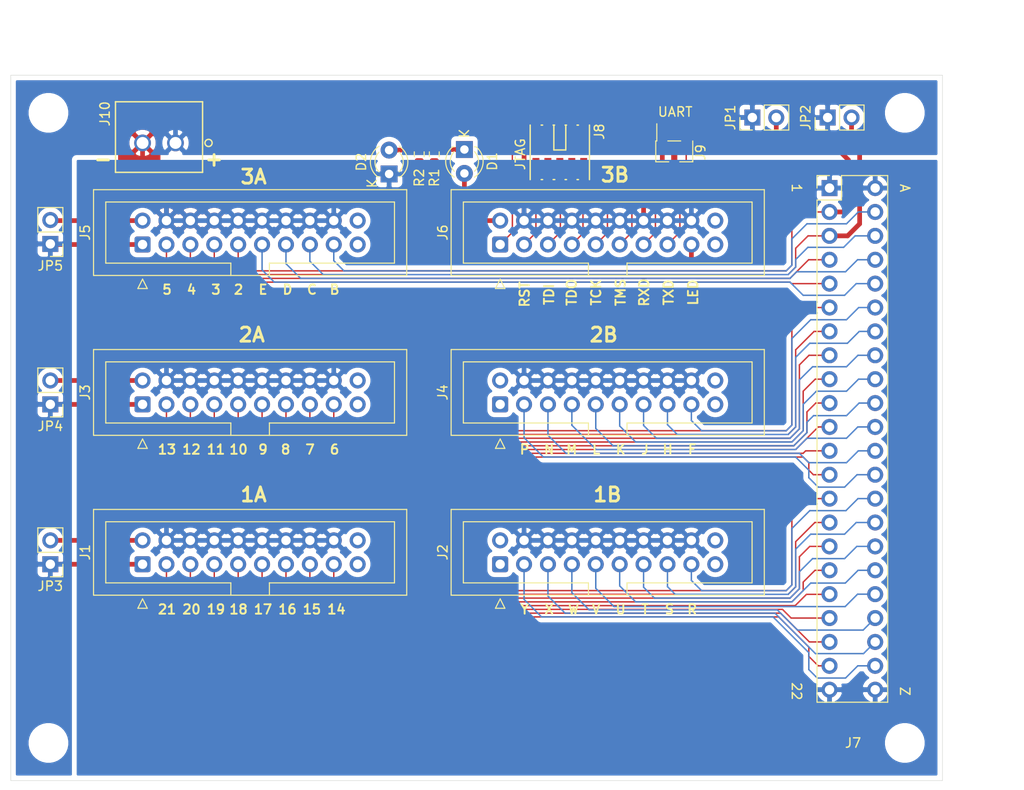
<source format=kicad_pcb>
(kicad_pcb (version 20171130) (host pcbnew 5.1.12)
  (layers (0 F.Cu signal) (31 B.Cu signal) (34 B.Paste user) (35 F.Paste user) (36 B.SilkS user) (37 F.SilkS user) (38 B.Mask user) (39 F.Mask user) (44 Edge.Cuts user))
  (net 0 "")
  (net 1 "Net-(J1-Pad20)")
  (net 2 "Net-(J1-Pad19)")
  (net 3 GND)
  (net 4 /A1_VIO)
  (net 5 /A1_7)
  (net 6 /A1_6)
  (net 7 /A1_5)
  (net 8 /A1_4)
  (net 9 /A1_3)
  (net 10 /A1_2)
  (net 11 /A1_1)
  (net 12 /A1_0)
  (net 13 "Net-(J2-Pad20)")
  (net 14 /B1_VIO)
  (net 15 "Net-(J2-Pad19)")
  (net 16 /B1_7)
  (net 17 /B1_6)
  (net 18 /B1_5)
  (net 19 /B1_4)
  (net 20 /B1_3)
  (net 21 /B1_2)
  (net 22 /B1_1)
  (net 23 /B1_0)
  (net 24 /B1_VSENS)
  (net 25 "Net-(J3-Pad20)")
  (net 26 /A2_VIO)
  (net 27 "Net-(J3-Pad19)")
  (net 28 /A2_7)
  (net 29 /A2_6)
  (net 30 /A2_5)
  (net 31 /A2_4)
  (net 32 /A2_3)
  (net 33 /A2_2)
  (net 34 /A2_1)
  (net 35 /A2_0)
  (net 36 "Net-(J4-Pad20)")
  (net 37 /B2_VIO)
  (net 38 "Net-(J4-Pad19)")
  (net 39 /B2_7)
  (net 40 /B2_6)
  (net 41 /B2_5)
  (net 42 /B2_4)
  (net 43 /B2_3)
  (net 44 /B2_2)
  (net 45 /B2_1)
  (net 46 /B2_0)
  (net 47 /B2_VSENS)
  (net 48 "Net-(J5-Pad20)")
  (net 49 /A3_VIO)
  (net 50 "Net-(J5-Pad19)")
  (net 51 /A3_7)
  (net 52 /A3_6)
  (net 53 /A3_5)
  (net 54 /A3_4)
  (net 55 /A3_3)
  (net 56 /A3_2)
  (net 57 /A3_1)
  (net 58 /A3_0)
  (net 59 "Net-(J6-Pad20)")
  (net 60 "Net-(J6-Pad19)")
  (net 61 /B3_7)
  (net 62 /B3_6)
  (net 63 /B3_5)
  (net 64 /B3_4)
  (net 65 /B3_3)
  (net 66 /B3_2)
  (net 67 /B3_1)
  (net 68 /B3_0)
  (net 69 /B3_VSENS)
  (net 70 +5V)
  (net 71 /B3_VIO)
  (net 72 "Net-(D1-Pad1)")
  (net 73 "Net-(D2-Pad2)")
  (module TE:284512-2 (layer F.Cu) (at 140.5 47.2 180)
    (fp_text reference J10 (at 7.5 3.1 270) (layer F.SilkS))
    (fp_text value Conn_01x02 hide)
    (pad 1 thru_hole circle (at -0.000001 0 180) (size 1.778 1.778) (drill 1.27) (layers *.Cu *.Mask) (net 70 +5V))
    (pad 2 thru_hole circle (at 3.500002 0 180) (size 1.778 1.778) (drill 1.27) (layers *.Cu *.Mask) (net 3 GND))
  )
  (module Resistor_SMD:R_0603_1608Metric_Pad0.98x0.95mm_HandSolder (layer F.Cu) (at 166.4 48.4 90)
    (fp_text reference R2 (at -2.5 0 90) (layer F.SilkS))
    (fp_text value 130)
    (pad 2 smd roundrect (at 0.9125 0 90) (size 0.975 0.95) (layers F.Cu F.Paste F.Mask) (net 73 "Net-(D2-Pad2)"))
    (pad 1 smd roundrect (at -0.9125 0 90) (size 0.975 0.95) (layers F.Cu F.Paste F.Mask) (net 61 /B3_7))
  )
  (module Resistor_SMD:R_0603_1608Metric_Pad0.98x0.95mm_HandSolder (layer F.Cu) (at 168 48.4 270)
    (fp_text reference R1 (at 2.5 0 90) (layer F.SilkS))
    (fp_text value 130)
    (pad 2 smd roundrect (at 0.9125 0 270) (size 0.975 0.95) (layers F.Cu F.Paste F.Mask) (net 61 /B3_7))
    (pad 1 smd roundrect (at -0.9125 0 270) (size 0.975 0.95) (layers F.Cu F.Paste F.Mask) (net 72 "Net-(D1-Pad1)"))
  )
  (module LED_THT:LED_D3.0mm (layer F.Cu) (at 163.2 50.5 90)
    (fp_text reference D2 (at 1.27 -2.96 90) (layer F.SilkS))
    (fp_text value LTL-4232)
    (pad 2 thru_hole circle (at 2.54 0 90) (size 1.8 1.8) (drill 0.9) (layers *.Cu *.Mask) (net 73 "Net-(D2-Pad2)"))
    (pad 1 thru_hole rect (at 0 0 90) (size 1.8 1.8) (drill 0.9) (layers *.Cu *.Mask) (net 3 GND))
  )
  (module LED_THT:LED_D3.0mm (layer F.Cu) (at 171.2 47.9 270)
    (fp_text reference D1 (at 1.27 -2.96 90) (layer F.SilkS))
    (fp_text value LTL-4222)
    (pad 2 thru_hole circle (at 2.54 0 270) (size 1.8 1.8) (drill 0.9) (layers *.Cu *.Mask) (net 71 /B3_VIO))
    (pad 1 thru_hole rect (at 0 0 270) (size 1.8 1.8) (drill 0.9) (layers *.Cu *.Mask) (net 72 "Net-(D1-Pad1)"))
  )
  (module Connector_PinHeader_1.27mm:PinHeader_1x03_P1.27mm_Vertical_SMD_Pin1Right (layer F.Cu) (at 193.5 48.1 90)
    (fp_text reference J9 (at -0.1 2.8 270) (layer F.SilkS))
    (fp_text value Conn_01x03)
    (pad 3 smd rect (at 1.5 1.27 90) (size 3 0.65) (layers F.Cu F.Paste F.Mask) (net 62 /B3_6))
    (pad 1 smd rect (at 1.5 -1.27 90) (size 3 0.65) (layers F.Cu F.Paste F.Mask) (net 3 GND))
    (pad 2 smd rect (at -1.5 0 90) (size 3 0.65) (layers F.Cu F.Paste F.Mask) (net 63 /B3_5))
  )
  (module samtec:FTSH-105-XX-X-DV (layer F.Cu) (at 181.34 48.2)
    (fp_text reference J8 (at 4.2 -2.2 90) (layer F.SilkS))
    (fp_text value Conn_02x05_Odd_Even)
    (pad 1 smd rect (at 2.54 -2 180) (size 0.74 2.8) (layers F.Cu F.Paste F.Mask) (net 69 /B3_VSENS))
    (pad 2 smd rect (at 2.54 2 180) (size 0.74 2.8) (layers F.Cu F.Paste F.Mask) (net 64 /B3_4))
    (pad 3 smd rect (at 1.27 -2 180) (size 0.74 2.8) (layers F.Cu F.Paste F.Mask) (net 3 GND))
    (pad 4 smd rect (at 1.27 2 180) (size 0.74 2.8) (layers F.Cu F.Paste F.Mask) (net 65 /B3_3))
    (pad 5 smd rect (at 0 -2 180) (size 0.74 2.8) (layers F.Cu F.Paste F.Mask) (net 3 GND))
    (pad 6 smd rect (at 0 2 180) (size 0.74 2.8) (layers F.Cu F.Paste F.Mask) (net 66 /B3_2))
    (pad 7 smd rect (at -1.27 -2 180) (size 0.74 2.8) (layers F.Cu F.Paste F.Mask) (net 3 GND))
    (pad 8 smd rect (at -1.27 2 180) (size 0.74 2.8) (layers F.Cu F.Paste F.Mask) (net 67 /B3_1))
    (pad 9 smd rect (at -2.54 -2 180) (size 0.74 2.8) (layers F.Cu F.Paste F.Mask) (net 3 GND))
    (pad 10 smd rect (at -2.54 2 180) (size 0.74 2.8) (layers F.Cu F.Paste F.Mask) (net 68 /B3_0))
  )
  (module MountingHole:MountingHole_3.2mm_M3 (layer F.Cu) (at 218 111)
    (fp_text reference H4 hide)
    (fp_text value MountingHole)
    (pad 1 np_thru_hole circle (at 0 0) (size 3.2 3.2) (drill 3.2) (layers *.Cu *.Mask))
  )
  (module MountingHole:MountingHole_3.2mm_M3 (layer F.Cu) (at 218 44)
    (fp_text reference H3 hide)
    (fp_text value MountingHole)
    (pad 1 np_thru_hole circle (at 0 0) (size 3.2 3.2) (drill 3.2) (layers *.Cu *.Mask))
  )
  (module MountingHole:MountingHole_3.2mm_M3 (layer F.Cu) (at 127 111)
    (fp_text reference H2 hide)
    (fp_text value MountingHole)
    (pad 1 np_thru_hole circle (at 0 0) (size 3.2 3.2) (drill 3.2) (layers *.Cu *.Mask))
  )
  (module MountingHole:MountingHole_3.2mm_M3 (layer F.Cu) (at 127 44)
    (fp_text reference H1 hide)
    (fp_text value MountingHole)
    (pad 1 np_thru_hole circle (at 0 0) (size 3.2 3.2) (drill 3.2) (layers *.Cu *.Mask))
  )
  (module Connector_PinHeader_2.54mm:PinHeader_1x02_P2.54mm_Vertical (layer F.Cu) (at 127.2 57.94 180)
    (fp_text reference JP5 (at 0 -2.33) (layer F.SilkS))
    (fp_text value Jumper)
    (pad 2 thru_hole oval (at 0 2.54 180) (size 1.7 1.7) (drill 1) (layers *.Cu *.Mask) (net 49 /A3_VIO))
    (pad 1 thru_hole rect (at 0 0 180) (size 1.7 1.7) (drill 1) (layers *.Cu *.Mask) (net 70 +5V))
  )
  (module Connector_PinHeader_2.54mm:PinHeader_1x02_P2.54mm_Vertical (layer F.Cu) (at 127.2 75 180)
    (fp_text reference JP4 (at 0 -2.33) (layer F.SilkS))
    (fp_text value Jumper)
    (pad 2 thru_hole oval (at 0 2.54 180) (size 1.7 1.7) (drill 1) (layers *.Cu *.Mask) (net 26 /A2_VIO))
    (pad 1 thru_hole rect (at 0 0 180) (size 1.7 1.7) (drill 1) (layers *.Cu *.Mask) (net 70 +5V))
  )
  (module Connector_PinHeader_2.54mm:PinHeader_1x02_P2.54mm_Vertical (layer F.Cu) (at 127.2 92 180)
    (fp_text reference JP3 (at 0 -2.33) (layer F.SilkS))
    (fp_text value Jumper)
    (pad 2 thru_hole oval (at 0 2.54 180) (size 1.7 1.7) (drill 1) (layers *.Cu *.Mask) (net 4 /A1_VIO))
    (pad 1 thru_hole rect (at 0 0 180) (size 1.7 1.7) (drill 1) (layers *.Cu *.Mask) (net 70 +5V))
  )
  (module Connector_PinHeader_2.54mm:PinHeader_1x02_P2.54mm_Vertical (layer F.Cu) (at 209.8 44.5 90)
    (fp_text reference JP2 (at 0 -2.33 90) (layer F.SilkS))
    (fp_text value Jumper)
    (pad 2 thru_hole oval (at 0 2.54 90) (size 1.7 1.7) (drill 1) (layers *.Cu *.Mask) (net 56 /A3_2))
    (pad 1 thru_hole rect (at 0 0 90) (size 1.7 1.7) (drill 1) (layers *.Cu *.Mask) (net 70 +5V))
  )
  (module Connector_PinHeader_2.54mm:PinHeader_1x02_P2.54mm_Vertical (layer F.Cu) (at 201.8 44.5 90)
    (fp_text reference JP1 (at 0 -2.33 270) (layer F.SilkS))
    (fp_text value Jumper)
    (pad 2 thru_hole oval (at 0 2.54 90) (size 1.7 1.7) (drill 1) (layers *.Cu *.Mask) (net 55 /A3_3))
    (pad 1 thru_hole rect (at 0 0 90) (size 1.7 1.7) (drill 1) (layers *.Cu *.Mask) (net 70 +5V))
  )
  (module Connector_IDC:IDC-Header_2x10_P2.54mm_Vertical (layer F.Cu) (at 175 58 90)
    (fp_text reference J6 (at 1.27 -6.1 90) (layer F.SilkS))
    (fp_text value Conn_02x10_Odd_Even)
    (pad 20 thru_hole circle (at 2.54 22.86 90) (size 1.7 1.7) (drill 1) (layers *.Cu *.Mask) (net 59 "Net-(J6-Pad20)"))
    (pad 18 thru_hole circle (at 2.54 20.32 90) (size 1.7 1.7) (drill 1) (layers *.Cu *.Mask) (net 3 GND))
    (pad 16 thru_hole circle (at 2.54 17.78 90) (size 1.7 1.7) (drill 1) (layers *.Cu *.Mask) (net 3 GND))
    (pad 14 thru_hole circle (at 2.54 15.24 90) (size 1.7 1.7) (drill 1) (layers *.Cu *.Mask) (net 3 GND))
    (pad 12 thru_hole circle (at 2.54 12.7 90) (size 1.7 1.7) (drill 1) (layers *.Cu *.Mask) (net 3 GND))
    (pad 10 thru_hole circle (at 2.54 10.16 90) (size 1.7 1.7) (drill 1) (layers *.Cu *.Mask) (net 3 GND))
    (pad 8 thru_hole circle (at 2.54 7.62 90) (size 1.7 1.7) (drill 1) (layers *.Cu *.Mask) (net 3 GND))
    (pad 6 thru_hole circle (at 2.54 5.08 90) (size 1.7 1.7) (drill 1) (layers *.Cu *.Mask) (net 3 GND))
    (pad 4 thru_hole circle (at 2.54 2.54 90) (size 1.7 1.7) (drill 1) (layers *.Cu *.Mask) (net 3 GND))
    (pad 2 thru_hole circle (at 2.54 0 90) (size 1.7 1.7) (drill 1) (layers *.Cu *.Mask) (net 71 /B3_VIO))
    (pad 19 thru_hole circle (at 0 22.86 90) (size 1.7 1.7) (drill 1) (layers *.Cu *.Mask) (net 60 "Net-(J6-Pad19)"))
    (pad 17 thru_hole circle (at 0 20.32 90) (size 1.7 1.7) (drill 1) (layers *.Cu *.Mask) (net 61 /B3_7))
    (pad 15 thru_hole circle (at 0 17.78 90) (size 1.7 1.7) (drill 1) (layers *.Cu *.Mask) (net 62 /B3_6))
    (pad 13 thru_hole circle (at 0 15.24 90) (size 1.7 1.7) (drill 1) (layers *.Cu *.Mask) (net 63 /B3_5))
    (pad 11 thru_hole circle (at 0 12.7 90) (size 1.7 1.7) (drill 1) (layers *.Cu *.Mask) (net 64 /B3_4))
    (pad 9 thru_hole circle (at 0 10.16 90) (size 1.7 1.7) (drill 1) (layers *.Cu *.Mask) (net 65 /B3_3))
    (pad 7 thru_hole circle (at 0 7.62 90) (size 1.7 1.7) (drill 1) (layers *.Cu *.Mask) (net 66 /B3_2))
    (pad 5 thru_hole circle (at 0 5.08 90) (size 1.7 1.7) (drill 1) (layers *.Cu *.Mask) (net 67 /B3_1))
    (pad 3 thru_hole circle (at 0 2.54 90) (size 1.7 1.7) (drill 1) (layers *.Cu *.Mask) (net 68 /B3_0))
    (pad 1 thru_hole roundrect (at 0 0 90) (size 1.7 1.7) (drill 1) (layers *.Cu *.Mask) (roundrect_rratio 0.147059) (net 69 /B3_VSENS))
  )
  (module Connector_IDC:IDC-Header_2x10_P2.54mm_Vertical (layer F.Cu) (at 137 58 90)
    (fp_text reference J5 (at 1.27 -6.1 90) (layer F.SilkS))
    (fp_text value Conn_02x10_Odd_Even)
    (pad 20 thru_hole circle (at 2.54 22.86 90) (size 1.7 1.7) (drill 1) (layers *.Cu *.Mask) (net 48 "Net-(J5-Pad20)"))
    (pad 18 thru_hole circle (at 2.54 20.32 90) (size 1.7 1.7) (drill 1) (layers *.Cu *.Mask) (net 3 GND))
    (pad 16 thru_hole circle (at 2.54 17.78 90) (size 1.7 1.7) (drill 1) (layers *.Cu *.Mask) (net 3 GND))
    (pad 14 thru_hole circle (at 2.54 15.24 90) (size 1.7 1.7) (drill 1) (layers *.Cu *.Mask) (net 3 GND))
    (pad 12 thru_hole circle (at 2.54 12.7 90) (size 1.7 1.7) (drill 1) (layers *.Cu *.Mask) (net 3 GND))
    (pad 10 thru_hole circle (at 2.54 10.16 90) (size 1.7 1.7) (drill 1) (layers *.Cu *.Mask) (net 3 GND))
    (pad 8 thru_hole circle (at 2.54 7.62 90) (size 1.7 1.7) (drill 1) (layers *.Cu *.Mask) (net 3 GND))
    (pad 6 thru_hole circle (at 2.54 5.08 90) (size 1.7 1.7) (drill 1) (layers *.Cu *.Mask) (net 3 GND))
    (pad 4 thru_hole circle (at 2.54 2.54 90) (size 1.7 1.7) (drill 1) (layers *.Cu *.Mask) (net 3 GND))
    (pad 2 thru_hole circle (at 2.54 0 90) (size 1.7 1.7) (drill 1) (layers *.Cu *.Mask) (net 49 /A3_VIO))
    (pad 19 thru_hole circle (at 0 22.86 90) (size 1.7 1.7) (drill 1) (layers *.Cu *.Mask) (net 50 "Net-(J5-Pad19)"))
    (pad 17 thru_hole circle (at 0 20.32 90) (size 1.7 1.7) (drill 1) (layers *.Cu *.Mask) (net 51 /A3_7))
    (pad 15 thru_hole circle (at 0 17.78 90) (size 1.7 1.7) (drill 1) (layers *.Cu *.Mask) (net 52 /A3_6))
    (pad 13 thru_hole circle (at 0 15.24 90) (size 1.7 1.7) (drill 1) (layers *.Cu *.Mask) (net 53 /A3_5))
    (pad 11 thru_hole circle (at 0 12.7 90) (size 1.7 1.7) (drill 1) (layers *.Cu *.Mask) (net 54 /A3_4))
    (pad 9 thru_hole circle (at 0 10.16 90) (size 1.7 1.7) (drill 1) (layers *.Cu *.Mask) (net 55 /A3_3))
    (pad 7 thru_hole circle (at 0 7.62 90) (size 1.7 1.7) (drill 1) (layers *.Cu *.Mask) (net 56 /A3_2))
    (pad 5 thru_hole circle (at 0 5.08 90) (size 1.7 1.7) (drill 1) (layers *.Cu *.Mask) (net 57 /A3_1))
    (pad 3 thru_hole circle (at 0 2.54 90) (size 1.7 1.7) (drill 1) (layers *.Cu *.Mask) (net 58 /A3_0))
    (pad 1 thru_hole roundrect (at 0 0 90) (size 1.7 1.7) (drill 1) (layers *.Cu *.Mask) (roundrect_rratio 0.147059) (net 70 +5V))
  )
  (module Connector_IDC:IDC-Header_2x10_P2.54mm_Vertical (layer F.Cu) (at 175 75 90)
    (fp_text reference J4 (at 1.27 -6.1 90) (layer F.SilkS))
    (fp_text value Conn_02x10_Odd_Even)
    (pad 20 thru_hole circle (at 2.54 22.86 90) (size 1.7 1.7) (drill 1) (layers *.Cu *.Mask) (net 36 "Net-(J4-Pad20)"))
    (pad 18 thru_hole circle (at 2.54 20.32 90) (size 1.7 1.7) (drill 1) (layers *.Cu *.Mask) (net 3 GND))
    (pad 16 thru_hole circle (at 2.54 17.78 90) (size 1.7 1.7) (drill 1) (layers *.Cu *.Mask) (net 3 GND))
    (pad 14 thru_hole circle (at 2.54 15.24 90) (size 1.7 1.7) (drill 1) (layers *.Cu *.Mask) (net 3 GND))
    (pad 12 thru_hole circle (at 2.54 12.7 90) (size 1.7 1.7) (drill 1) (layers *.Cu *.Mask) (net 3 GND))
    (pad 10 thru_hole circle (at 2.54 10.16 90) (size 1.7 1.7) (drill 1) (layers *.Cu *.Mask) (net 3 GND))
    (pad 8 thru_hole circle (at 2.54 7.62 90) (size 1.7 1.7) (drill 1) (layers *.Cu *.Mask) (net 3 GND))
    (pad 6 thru_hole circle (at 2.54 5.08 90) (size 1.7 1.7) (drill 1) (layers *.Cu *.Mask) (net 3 GND))
    (pad 4 thru_hole circle (at 2.54 2.54 90) (size 1.7 1.7) (drill 1) (layers *.Cu *.Mask) (net 3 GND))
    (pad 2 thru_hole circle (at 2.54 0 90) (size 1.7 1.7) (drill 1) (layers *.Cu *.Mask) (net 37 /B2_VIO))
    (pad 19 thru_hole circle (at 0 22.86 90) (size 1.7 1.7) (drill 1) (layers *.Cu *.Mask) (net 38 "Net-(J4-Pad19)"))
    (pad 17 thru_hole circle (at 0 20.32 90) (size 1.7 1.7) (drill 1) (layers *.Cu *.Mask) (net 39 /B2_7))
    (pad 15 thru_hole circle (at 0 17.78 90) (size 1.7 1.7) (drill 1) (layers *.Cu *.Mask) (net 40 /B2_6))
    (pad 13 thru_hole circle (at 0 15.24 90) (size 1.7 1.7) (drill 1) (layers *.Cu *.Mask) (net 41 /B2_5))
    (pad 11 thru_hole circle (at 0 12.7 90) (size 1.7 1.7) (drill 1) (layers *.Cu *.Mask) (net 42 /B2_4))
    (pad 9 thru_hole circle (at 0 10.16 90) (size 1.7 1.7) (drill 1) (layers *.Cu *.Mask) (net 43 /B2_3))
    (pad 7 thru_hole circle (at 0 7.62 90) (size 1.7 1.7) (drill 1) (layers *.Cu *.Mask) (net 44 /B2_2))
    (pad 5 thru_hole circle (at 0 5.08 90) (size 1.7 1.7) (drill 1) (layers *.Cu *.Mask) (net 45 /B2_1))
    (pad 3 thru_hole circle (at 0 2.54 90) (size 1.7 1.7) (drill 1) (layers *.Cu *.Mask) (net 46 /B2_0))
    (pad 1 thru_hole roundrect (at 0 0 90) (size 1.7 1.7) (drill 1) (layers *.Cu *.Mask) (roundrect_rratio 0.147059) (net 47 /B2_VSENS))
  )
  (module Connector_IDC:IDC-Header_2x10_P2.54mm_Vertical (layer F.Cu) (at 137 75 90)
    (fp_text reference J3 (at 1.27 -6.1 90) (layer F.SilkS))
    (fp_text value Conn_02x10_Odd_Even)
    (pad 20 thru_hole circle (at 2.54 22.86 90) (size 1.7 1.7) (drill 1) (layers *.Cu *.Mask) (net 25 "Net-(J3-Pad20)"))
    (pad 18 thru_hole circle (at 2.54 20.32 90) (size 1.7 1.7) (drill 1) (layers *.Cu *.Mask) (net 3 GND))
    (pad 16 thru_hole circle (at 2.54 17.78 90) (size 1.7 1.7) (drill 1) (layers *.Cu *.Mask) (net 3 GND))
    (pad 14 thru_hole circle (at 2.54 15.24 90) (size 1.7 1.7) (drill 1) (layers *.Cu *.Mask) (net 3 GND))
    (pad 12 thru_hole circle (at 2.54 12.7 90) (size 1.7 1.7) (drill 1) (layers *.Cu *.Mask) (net 3 GND))
    (pad 10 thru_hole circle (at 2.54 10.16 90) (size 1.7 1.7) (drill 1) (layers *.Cu *.Mask) (net 3 GND))
    (pad 8 thru_hole circle (at 2.54 7.62 90) (size 1.7 1.7) (drill 1) (layers *.Cu *.Mask) (net 3 GND))
    (pad 6 thru_hole circle (at 2.54 5.08 90) (size 1.7 1.7) (drill 1) (layers *.Cu *.Mask) (net 3 GND))
    (pad 4 thru_hole circle (at 2.54 2.54 90) (size 1.7 1.7) (drill 1) (layers *.Cu *.Mask) (net 3 GND))
    (pad 2 thru_hole circle (at 2.54 0 90) (size 1.7 1.7) (drill 1) (layers *.Cu *.Mask) (net 26 /A2_VIO))
    (pad 19 thru_hole circle (at 0 22.86 90) (size 1.7 1.7) (drill 1) (layers *.Cu *.Mask) (net 27 "Net-(J3-Pad19)"))
    (pad 17 thru_hole circle (at 0 20.32 90) (size 1.7 1.7) (drill 1) (layers *.Cu *.Mask) (net 28 /A2_7))
    (pad 15 thru_hole circle (at 0 17.78 90) (size 1.7 1.7) (drill 1) (layers *.Cu *.Mask) (net 29 /A2_6))
    (pad 13 thru_hole circle (at 0 15.24 90) (size 1.7 1.7) (drill 1) (layers *.Cu *.Mask) (net 30 /A2_5))
    (pad 11 thru_hole circle (at 0 12.7 90) (size 1.7 1.7) (drill 1) (layers *.Cu *.Mask) (net 31 /A2_4))
    (pad 9 thru_hole circle (at 0 10.16 90) (size 1.7 1.7) (drill 1) (layers *.Cu *.Mask) (net 32 /A2_3))
    (pad 7 thru_hole circle (at 0 7.62 90) (size 1.7 1.7) (drill 1) (layers *.Cu *.Mask) (net 33 /A2_2))
    (pad 5 thru_hole circle (at 0 5.08 90) (size 1.7 1.7) (drill 1) (layers *.Cu *.Mask) (net 34 /A2_1))
    (pad 3 thru_hole circle (at 0 2.54 90) (size 1.7 1.7) (drill 1) (layers *.Cu *.Mask) (net 35 /A2_0))
    (pad 1 thru_hole roundrect (at 0 0 90) (size 1.7 1.7) (drill 1) (layers *.Cu *.Mask) (roundrect_rratio 0.147059) (net 70 +5V))
  )
  (module Connector_IDC:IDC-Header_2x10_P2.54mm_Vertical (layer F.Cu) (at 175 92 90)
    (fp_text reference J2 (at 1.27 -6.1 90) (layer F.SilkS))
    (fp_text value Conn_02x10_Odd_Even)
    (pad 20 thru_hole circle (at 2.54 22.86 90) (size 1.7 1.7) (drill 1) (layers *.Cu *.Mask) (net 13 "Net-(J2-Pad20)"))
    (pad 18 thru_hole circle (at 2.54 20.32 90) (size 1.7 1.7) (drill 1) (layers *.Cu *.Mask) (net 3 GND))
    (pad 16 thru_hole circle (at 2.54 17.78 90) (size 1.7 1.7) (drill 1) (layers *.Cu *.Mask) (net 3 GND))
    (pad 14 thru_hole circle (at 2.54 15.24 90) (size 1.7 1.7) (drill 1) (layers *.Cu *.Mask) (net 3 GND))
    (pad 12 thru_hole circle (at 2.54 12.7 90) (size 1.7 1.7) (drill 1) (layers *.Cu *.Mask) (net 3 GND))
    (pad 10 thru_hole circle (at 2.54 10.16 90) (size 1.7 1.7) (drill 1) (layers *.Cu *.Mask) (net 3 GND))
    (pad 8 thru_hole circle (at 2.54 7.62 90) (size 1.7 1.7) (drill 1) (layers *.Cu *.Mask) (net 3 GND))
    (pad 6 thru_hole circle (at 2.54 5.08 90) (size 1.7 1.7) (drill 1) (layers *.Cu *.Mask) (net 3 GND))
    (pad 4 thru_hole circle (at 2.54 2.54 90) (size 1.7 1.7) (drill 1) (layers *.Cu *.Mask) (net 3 GND))
    (pad 2 thru_hole circle (at 2.54 0 90) (size 1.7 1.7) (drill 1) (layers *.Cu *.Mask) (net 14 /B1_VIO))
    (pad 19 thru_hole circle (at 0 22.86 90) (size 1.7 1.7) (drill 1) (layers *.Cu *.Mask) (net 15 "Net-(J2-Pad19)"))
    (pad 17 thru_hole circle (at 0 20.32 90) (size 1.7 1.7) (drill 1) (layers *.Cu *.Mask) (net 16 /B1_7))
    (pad 15 thru_hole circle (at 0 17.78 90) (size 1.7 1.7) (drill 1) (layers *.Cu *.Mask) (net 17 /B1_6))
    (pad 13 thru_hole circle (at 0 15.24 90) (size 1.7 1.7) (drill 1) (layers *.Cu *.Mask) (net 18 /B1_5))
    (pad 11 thru_hole circle (at 0 12.7 90) (size 1.7 1.7) (drill 1) (layers *.Cu *.Mask) (net 19 /B1_4))
    (pad 9 thru_hole circle (at 0 10.16 90) (size 1.7 1.7) (drill 1) (layers *.Cu *.Mask) (net 20 /B1_3))
    (pad 7 thru_hole circle (at 0 7.62 90) (size 1.7 1.7) (drill 1) (layers *.Cu *.Mask) (net 21 /B1_2))
    (pad 5 thru_hole circle (at 0 5.08 90) (size 1.7 1.7) (drill 1) (layers *.Cu *.Mask) (net 22 /B1_1))
    (pad 3 thru_hole circle (at 0 2.54 90) (size 1.7 1.7) (drill 1) (layers *.Cu *.Mask) (net 23 /B1_0))
    (pad 1 thru_hole roundrect (at 0 0 90) (size 1.7 1.7) (drill 1) (layers *.Cu *.Mask) (roundrect_rratio 0.147059) (net 24 /B1_VSENS))
  )
  (module Connector_IDC:IDC-Header_2x10_P2.54mm_Vertical (layer F.Cu) (at 137 92 90)
    (fp_text reference J1 (at 1.27 -6.1 90) (layer F.SilkS))
    (fp_text value Conn_02x10_Odd_Even)
    (pad 20 thru_hole circle (at 2.54 22.86 90) (size 1.7 1.7) (drill 1) (layers *.Cu *.Mask) (net 1 "Net-(J1-Pad20)"))
    (pad 18 thru_hole circle (at 2.54 20.32 90) (size 1.7 1.7) (drill 1) (layers *.Cu *.Mask) (net 3 GND))
    (pad 16 thru_hole circle (at 2.54 17.78 90) (size 1.7 1.7) (drill 1) (layers *.Cu *.Mask) (net 3 GND))
    (pad 14 thru_hole circle (at 2.54 15.24 90) (size 1.7 1.7) (drill 1) (layers *.Cu *.Mask) (net 3 GND))
    (pad 12 thru_hole circle (at 2.54 12.7 90) (size 1.7 1.7) (drill 1) (layers *.Cu *.Mask) (net 3 GND))
    (pad 10 thru_hole circle (at 2.54 10.16 90) (size 1.7 1.7) (drill 1) (layers *.Cu *.Mask) (net 3 GND))
    (pad 8 thru_hole circle (at 2.54 7.62 90) (size 1.7 1.7) (drill 1) (layers *.Cu *.Mask) (net 3 GND))
    (pad 6 thru_hole circle (at 2.54 5.08 90) (size 1.7 1.7) (drill 1) (layers *.Cu *.Mask) (net 3 GND))
    (pad 4 thru_hole circle (at 2.54 2.54 90) (size 1.7 1.7) (drill 1) (layers *.Cu *.Mask) (net 3 GND))
    (pad 2 thru_hole circle (at 2.54 0 90) (size 1.7 1.7) (drill 1) (layers *.Cu *.Mask) (net 4 /A1_VIO))
    (pad 19 thru_hole circle (at 0 22.86 90) (size 1.7 1.7) (drill 1) (layers *.Cu *.Mask) (net 2 "Net-(J1-Pad19)"))
    (pad 17 thru_hole circle (at 0 20.32 90) (size 1.7 1.7) (drill 1) (layers *.Cu *.Mask) (net 5 /A1_7))
    (pad 15 thru_hole circle (at 0 17.78 90) (size 1.7 1.7) (drill 1) (layers *.Cu *.Mask) (net 6 /A1_6))
    (pad 13 thru_hole circle (at 0 15.24 90) (size 1.7 1.7) (drill 1) (layers *.Cu *.Mask) (net 7 /A1_5))
    (pad 11 thru_hole circle (at 0 12.7 90) (size 1.7 1.7) (drill 1) (layers *.Cu *.Mask) (net 8 /A1_4))
    (pad 9 thru_hole circle (at 0 10.16 90) (size 1.7 1.7) (drill 1) (layers *.Cu *.Mask) (net 9 /A1_3))
    (pad 7 thru_hole circle (at 0 7.62 90) (size 1.7 1.7) (drill 1) (layers *.Cu *.Mask) (net 10 /A1_2))
    (pad 5 thru_hole circle (at 0 5.08 90) (size 1.7 1.7) (drill 1) (layers *.Cu *.Mask) (net 11 /A1_1))
    (pad 3 thru_hole circle (at 0 2.54 90) (size 1.7 1.7) (drill 1) (layers *.Cu *.Mask) (net 12 /A1_0))
    (pad 1 thru_hole roundrect (at 0 0 90) (size 1.7 1.7) (drill 1) (layers *.Cu *.Mask) (roundrect_rratio 0.147059) (net 70 +5V))
  )
  (module TE:TE_5530843-4 (layer F.Cu) (at 210 52)
    (fp_text reference J7 (at 2.5 59 180) (layer F.SilkS))
    (fp_text value EXPANSION_PORT_C64_EDGE)
    (pad Z thru_hole oval (at 4.8514 53.34) (size 1.7 1.7) (drill 1) (layers *.Cu *.Mask) (net 3 GND))
    (pad 22 thru_hole oval (at 0 53.34) (size 1.7 1.7) (drill 1) (layers *.Cu *.Mask) (net 3 GND))
    (pad Y thru_hole oval (at 4.8514 50.8) (size 1.7 1.7) (drill 1) (layers *.Cu *.Mask) (net 23 /B1_0))
    (pad 21 thru_hole oval (at 0 50.8) (size 1.7 1.7) (drill 1) (layers *.Cu *.Mask) (net 12 /A1_0))
    (pad X thru_hole oval (at 4.8514 48.26) (size 1.7 1.7) (drill 1) (layers *.Cu *.Mask) (net 22 /B1_1))
    (pad 20 thru_hole oval (at 0 48.26) (size 1.7 1.7) (drill 1) (layers *.Cu *.Mask) (net 11 /A1_1))
    (pad W thru_hole oval (at 4.8514 45.72) (size 1.7 1.7) (drill 1) (layers *.Cu *.Mask) (net 21 /B1_2))
    (pad 19 thru_hole oval (at 0 45.72) (size 1.7 1.7) (drill 1) (layers *.Cu *.Mask) (net 10 /A1_2))
    (pad V thru_hole oval (at 4.8514 43.18) (size 1.7 1.7) (drill 1) (layers *.Cu *.Mask) (net 20 /B1_3))
    (pad 18 thru_hole oval (at 0 43.18) (size 1.7 1.7) (drill 1) (layers *.Cu *.Mask) (net 9 /A1_3))
    (pad U thru_hole oval (at 4.8514 40.64) (size 1.7 1.7) (drill 1) (layers *.Cu *.Mask) (net 19 /B1_4))
    (pad 17 thru_hole oval (at 0 40.64) (size 1.7 1.7) (drill 1) (layers *.Cu *.Mask) (net 8 /A1_4))
    (pad T thru_hole oval (at 4.8514 38.1) (size 1.7 1.7) (drill 1) (layers *.Cu *.Mask) (net 18 /B1_5))
    (pad 16 thru_hole oval (at 0 38.1) (size 1.7 1.7) (drill 1) (layers *.Cu *.Mask) (net 7 /A1_5))
    (pad S thru_hole oval (at 4.8514 35.56) (size 1.7 1.7) (drill 1) (layers *.Cu *.Mask) (net 17 /B1_6))
    (pad 15 thru_hole oval (at 0 35.56) (size 1.7 1.7) (drill 1) (layers *.Cu *.Mask) (net 6 /A1_6))
    (pad R thru_hole oval (at 4.8514 33.02) (size 1.7 1.7) (drill 1) (layers *.Cu *.Mask) (net 16 /B1_7))
    (pad 14 thru_hole oval (at 0 33.02) (size 1.7 1.7) (drill 1) (layers *.Cu *.Mask) (net 5 /A1_7))
    (pad P thru_hole oval (at 4.8514 30.48) (size 1.7 1.7) (drill 1) (layers *.Cu *.Mask) (net 46 /B2_0))
    (pad 13 thru_hole oval (at 0 30.48) (size 1.7 1.7) (drill 1) (layers *.Cu *.Mask) (net 35 /A2_0))
    (pad N thru_hole oval (at 4.8514 27.94) (size 1.7 1.7) (drill 1) (layers *.Cu *.Mask) (net 45 /B2_1))
    (pad 12 thru_hole oval (at 0 27.94) (size 1.7 1.7) (drill 1) (layers *.Cu *.Mask) (net 34 /A2_1))
    (pad M thru_hole oval (at 4.8514 25.4) (size 1.7 1.7) (drill 1) (layers *.Cu *.Mask) (net 44 /B2_2))
    (pad 11 thru_hole oval (at 0 25.4) (size 1.7 1.7) (drill 1) (layers *.Cu *.Mask) (net 33 /A2_2))
    (pad L thru_hole oval (at 4.8514 22.86) (size 1.7 1.7) (drill 1) (layers *.Cu *.Mask) (net 43 /B2_3))
    (pad 10 thru_hole oval (at 0 22.86) (size 1.7 1.7) (drill 1) (layers *.Cu *.Mask) (net 32 /A2_3))
    (pad K thru_hole oval (at 4.8514 20.32) (size 1.7 1.7) (drill 1) (layers *.Cu *.Mask) (net 42 /B2_4))
    (pad 9 thru_hole oval (at 0 20.32) (size 1.7 1.7) (drill 1) (layers *.Cu *.Mask) (net 31 /A2_4))
    (pad J thru_hole oval (at 4.8514 17.78) (size 1.7 1.7) (drill 1) (layers *.Cu *.Mask) (net 41 /B2_5))
    (pad 8 thru_hole oval (at 0 17.78) (size 1.7 1.7) (drill 1) (layers *.Cu *.Mask) (net 30 /A2_5))
    (pad H thru_hole oval (at 4.8514 15.24) (size 1.7 1.7) (drill 1) (layers *.Cu *.Mask) (net 40 /B2_6))
    (pad 7 thru_hole oval (at 0 15.24) (size 1.7 1.7) (drill 1) (layers *.Cu *.Mask) (net 29 /A2_6))
    (pad F thru_hole oval (at 4.8514 12.7) (size 1.7 1.7) (drill 1) (layers *.Cu *.Mask) (net 39 /B2_7))
    (pad 6 thru_hole oval (at 0 12.7) (size 1.7 1.7) (drill 1) (layers *.Cu *.Mask) (net 28 /A2_7))
    (pad E thru_hole oval (at 4.8514 10.16) (size 1.7 1.7) (drill 1) (layers *.Cu *.Mask) (net 54 /A3_4))
    (pad 5 thru_hole oval (at 0 10.16) (size 1.7 1.7) (drill 1) (layers *.Cu *.Mask) (net 58 /A3_0))
    (pad D thru_hole oval (at 4.8514 7.62) (size 1.7 1.7) (drill 1) (layers *.Cu *.Mask) (net 53 /A3_5))
    (pad 4 thru_hole oval (at 0 7.62) (size 1.7 1.7) (drill 1) (layers *.Cu *.Mask) (net 57 /A3_1))
    (pad C thru_hole oval (at 4.8514 5.08) (size 1.7 1.7) (drill 1) (layers *.Cu *.Mask) (net 52 /A3_6))
    (pad 3 thru_hole oval (at 0 5.08) (size 1.7 1.7) (drill 1) (layers *.Cu *.Mask) (net 56 /A3_2))
    (pad B thru_hole oval (at 4.8514 2.54) (size 1.7 1.7) (drill 1) (layers *.Cu *.Mask) (net 51 /A3_7))
    (pad 2 thru_hole oval (at 0 2.54) (size 1.7 1.7) (drill 1) (layers *.Cu *.Mask) (net 55 /A3_3))
    (pad A thru_hole oval (at 4.8514 0) (size 1.7 1.7) (drill 1) (layers *.Cu *.Mask) (net 3 GND))
    (pad 1 thru_hole rect (at 0 0) (size 1.7 1.7) (drill 1) (layers *.Cu *.Mask) (net 3 GND))
  )
  (gr_text - (at 132.8 48.9) (layer F.SilkS) (effects (font (size 1.5 1.5) (thickness 0.3)) (justify mirror)))
  (gr_text + (at 144.6 48.9) (layer F.SilkS) (effects (font (size 1.5 1.5) (thickness 0.3)) (justify mirror)))
  (gr_text K (at 161.3 51.5 270) (layer F.SilkS) (effects (font (size 1 1)) (justify mirror)))
  (gr_text K (at 171.1 46.2 270) (layer F.SilkS) (effects (font (size 1 1)) (justify mirror)))
  (gr_text LED (at 195.5 63.1 90) (layer F.SilkS) (effects (font (size 1 1) (thickness 0.2))))
  (gr_text TXD (at 192.9 63.1 90) (layer F.SilkS) (effects (font (size 1 1) (thickness 0.2))))
  (gr_text RXD (at 190.3 63.1 90) (layer F.SilkS) (effects (font (size 1 1) (thickness 0.2))))
  (gr_text UART (at 193.6 43.9) (layer F.SilkS) (effects (font (size 1 1))))
  (gr_text TMS (at 187.8 63.1 90) (layer F.SilkS) (effects (font (size 1 1) (thickness 0.2))))
  (gr_text TCK (at 185.2 63.1 90) (layer F.SilkS) (effects (font (size 1 1) (thickness 0.2))))
  (gr_text TDO (at 182.6 63.1 90) (layer F.SilkS) (effects (font (size 1 1) (thickness 0.2))))
  (gr_text TDI (at 180.2 63.3 90) (layer F.SilkS) (effects (font (size 1 1) (thickness 0.2))))
  (gr_text RST (at 177.6 63.3 90) (layer F.SilkS) (effects (font (size 1 1) (thickness 0.2))))
  (gr_text JTAG (at 177.14 48.4 90) (layer F.SilkS) (effects (font (size 1 1))))
  (gr_text B (at 157.4 62.8) (layer F.SilkS) (effects (font (size 1 1) (thickness 0.2))))
  (gr_text C (at 155 62.8) (layer F.SilkS) (effects (font (size 1 1) (thickness 0.2))))
  (gr_text D (at 152.4 62.8) (layer F.SilkS) (effects (font (size 1 1) (thickness 0.2))))
  (gr_text E (at 149.8 62.8) (layer F.SilkS) (effects (font (size 1 1) (thickness 0.2))))
  (gr_text 2 (at 147.2 62.8) (layer F.SilkS) (effects (font (size 1 1) (thickness 0.2))))
  (gr_text 3 (at 144.8 62.8) (layer F.SilkS) (effects (font (size 1 1) (thickness 0.2))))
  (gr_text 4 (at 142.2 62.8) (layer F.SilkS) (effects (font (size 1 1) (thickness 0.2))))
  (gr_text 5 (at 139.6 62.8) (layer F.SilkS) (effects (font (size 1 1) (thickness 0.2))))
  (gr_text F (at 195.4 79.8) (layer F.SilkS) (effects (font (size 1 1) (thickness 0.2))))
  (gr_text H (at 192.8 79.8) (layer F.SilkS) (effects (font (size 1 1) (thickness 0.2))))
  (gr_text J (at 190.4 79.8) (layer F.SilkS) (effects (font (size 1 1) (thickness 0.2))))
  (gr_text K (at 187.8 79.8) (layer F.SilkS) (effects (font (size 1 1) (thickness 0.2))))
  (gr_text L (at 185.2 79.8) (layer F.SilkS) (effects (font (size 1 1) (thickness 0.2))))
  (gr_text M (at 182.6 79.8) (layer F.SilkS) (effects (font (size 1 1) (thickness 0.2))))
  (gr_text N (at 180.2 79.8) (layer F.SilkS) (effects (font (size 1 1) (thickness 0.2))))
  (gr_text P (at 177.6 79.8) (layer F.SilkS) (effects (font (size 1 1) (thickness 0.2))))
  (gr_text 6 (at 157.4 79.8) (layer F.SilkS) (effects (font (size 1 1) (thickness 0.2))))
  (gr_text 7 (at 154.8 79.8) (layer F.SilkS) (effects (font (size 1 1) (thickness 0.2))))
  (gr_text 8 (at 152.2 79.8) (layer F.SilkS) (effects (font (size 1 1) (thickness 0.2))))
  (gr_text 9 (at 149.8 79.8) (layer F.SilkS) (effects (font (size 1 1) (thickness 0.2))))
  (gr_text 10 (at 147.2 79.8) (layer F.SilkS) (effects (font (size 1 1) (thickness 0.2))))
  (gr_text 11 (at 144.8 79.8) (layer F.SilkS) (effects (font (size 1 1) (thickness 0.2))))
  (gr_text 12 (at 142.2 79.8) (layer F.SilkS) (effects (font (size 1 1) (thickness 0.2))))
  (gr_text 13 (at 139.6 79.8) (layer F.SilkS) (effects (font (size 1 1) (thickness 0.2))))
  (gr_text R (at 195.4 96.8) (layer F.SilkS) (effects (font (size 1 1) (thickness 0.2))))
  (gr_text S (at 193 96.8) (layer F.SilkS) (effects (font (size 1 1) (thickness 0.2))))
  (gr_text T (at 190.4 96.8) (layer F.SilkS) (effects (font (size 1 1) (thickness 0.2))))
  (gr_text U (at 187.8 96.8) (layer F.SilkS) (effects (font (size 1 1) (thickness 0.2))))
  (gr_text V (at 185.2 96.8) (layer F.SilkS) (effects (font (size 1 1) (thickness 0.2))))
  (gr_text W (at 182.8 96.8) (layer F.SilkS) (effects (font (size 1 1) (thickness 0.2))))
  (gr_text X (at 180.2 96.8) (layer F.SilkS) (effects (font (size 1 1) (thickness 0.2))))
  (gr_text Y (at 177.6 96.8) (layer F.SilkS) (effects (font (size 1 1) (thickness 0.2))))
  (gr_text 14 (at 157.6 96.8) (layer F.SilkS) (effects (font (size 1 1) (thickness 0.2))))
  (gr_text 15 (at 155 96.8) (layer F.SilkS) (effects (font (size 1 1) (thickness 0.2))))
  (gr_text 16 (at 152.4 96.8) (layer F.SilkS) (effects (font (size 1 1) (thickness 0.2))))
  (gr_text 17 (at 149.8 96.8) (layer F.SilkS) (effects (font (size 1 1) (thickness 0.2))))
  (gr_text 18 (at 147.2 96.8) (layer F.SilkS) (effects (font (size 1 1) (thickness 0.2))))
  (gr_text 19 (at 144.8 96.8) (layer F.SilkS) (effects (font (size 1 1) (thickness 0.2))))
  (gr_text 20 (at 142.2 96.8) (layer F.SilkS) (effects (font (size 1 1) (thickness 0.2))))
  (gr_text 21 (at 139.6 96.8) (layer F.SilkS) (effects (font (size 1 1) (thickness 0.2))))
  (gr_text 1B (at 186.4 84.6) (layer F.SilkS) (effects (font (size 1.5 1.5) (thickness 0.3))))
  (gr_text 1A (at 148.8 84.6) (layer F.SilkS) (effects (font (size 1.5 1.5) (thickness 0.3))))
  (gr_text 2B (at 186 67.6) (layer F.SilkS) (effects (font (size 1.5 1.5) (thickness 0.3))))
  (gr_text 3B (at 187.2 50.6) (layer F.SilkS) (effects (font (size 1.5 1.5) (thickness 0.3))))
  (gr_text 3A (at 148.8 50.8) (layer F.SilkS) (effects (font (size 1.5 1.5) (thickness 0.3))))
  (gr_text 2A (at 148.6 67.6) (layer F.SilkS) (effects (font (size 1.5 1.5) (thickness 0.3))))
  (gr_text A (at 218 52 -90) (layer F.SilkS) (effects (font (size 1 1))))
  (gr_text Z (at 218 105.5 -90) (layer F.SilkS) (effects (font (size 1 1))))
  (gr_text 22 (at 206.5 105.5 -90) (layer F.SilkS) (effects (font (size 1 1))))
  (gr_text 1 (at 206.5 52 270) (layer F.SilkS) (effects (font (size 1 1))))
  (gr_line (start 123 115) (end 123 40) (layer Edge.Cuts) (width 0.05))
  (gr_line (start 222 115) (end 123 115) (layer Edge.Cuts) (width 0.05))
  (gr_line (start 222 40) (end 222 115) (layer Edge.Cuts) (width 0.05))
  (gr_line (start 123 40) (end 222 40) (layer Edge.Cuts) (width 0.05))
  (segment (start 195.32 89.46) (end 177.54 89.46) (width 0.5) (layer B.Cu) (net 3))
  (segment (start 177.54 72.46) (end 195.32 72.46) (width 0.5) (layer B.Cu) (net 3))
  (segment (start 177.54 55.46) (end 195.32 55.46) (width 0.5) (layer B.Cu) (net 3))
  (segment (start 174 86.8) (end 171.2 84) (width 0.5) (layer B.Cu) (net 3))
  (segment (start 177.08 86.8) (end 174 86.8) (width 0.5) (layer B.Cu) (net 3))
  (segment (start 177.54 87.26) (end 177.08 86.8) (width 0.5) (layer B.Cu) (net 3))
  (segment (start 177.54 89.46) (end 177.54 87.26) (width 0.5) (layer B.Cu) (net 3))
  (segment (start 171.2 84) (end 171.2 70) (width 0.5) (layer B.Cu) (net 3))
  (segment (start 176.6 70) (end 171.2 70) (width 0.5) (layer B.Cu) (net 3))
  (segment (start 177.54 70.94) (end 176.6 70) (width 0.5) (layer B.Cu) (net 3))
  (segment (start 177.54 72.46) (end 177.54 70.94) (width 0.5) (layer B.Cu) (net 3))
  (segment (start 139.54 89.46) (end 157.32 89.46) (width 0.5) (layer B.Cu) (net 3))
  (segment (start 139.54 72.46) (end 157.32 72.46) (width 0.5) (layer B.Cu) (net 3))
  (segment (start 139.54 55.46) (end 157.32 55.46) (width 0.5) (layer B.Cu) (net 3))
  (segment (start 139.54 53.74) (end 139.54 55.46) (width 0.5) (layer B.Cu) (net 3))
  (segment (start 138.2 52.4) (end 139.54 53.74) (width 0.5) (layer B.Cu) (net 3))
  (segment (start 134.8 52.4) (end 138.2 52.4) (width 0.5) (layer B.Cu) (net 3))
  (segment (start 133.2 54) (end 134.8 52.4) (width 0.5) (layer B.Cu) (net 3))
  (segment (start 136.2 87) (end 133.2 84) (width 0.5) (layer B.Cu) (net 3))
  (segment (start 138.8 87) (end 136.2 87) (width 0.5) (layer B.Cu) (net 3))
  (segment (start 139.54 87.74) (end 138.8 87) (width 0.5) (layer B.Cu) (net 3))
  (segment (start 139.54 89.46) (end 139.54 87.74) (width 0.5) (layer B.Cu) (net 3))
  (segment (start 139.54 72.46) (end 139.54 70.54) (width 0.5) (layer B.Cu) (net 3))
  (segment (start 138.4 69.4) (end 133.2 69.4) (width 0.5) (layer B.Cu) (net 3))
  (segment (start 139.54 70.54) (end 138.4 69.4) (width 0.5) (layer B.Cu) (net 3))
  (segment (start 133.2 69.4) (end 133.2 54) (width 0.5) (layer B.Cu) (net 3))
  (segment (start 133.2 84) (end 133.2 69.4) (width 0.5) (layer B.Cu) (net 3))
  (segment (start 157.32 72.46) (end 157.32 70.88) (width 0.5) (layer B.Cu) (net 3))
  (segment (start 158.2 70) (end 171.2 70) (width 0.5) (layer B.Cu) (net 3))
  (segment (start 157.32 70.88) (end 158.2 70) (width 0.5) (layer B.Cu) (net 3))
  (segment (start 214.8514 52) (end 210 52) (width 0.5) (layer B.Cu) (net 3))
  (segment (start 195.32 53.48) (end 195.32 55.46) (width 0.5) (layer B.Cu) (net 3))
  (segment (start 196.8 52) (end 195.32 53.48) (width 0.5) (layer B.Cu) (net 3))
  (segment (start 214.8514 105.34) (end 210 105.34) (width 0.5) (layer B.Cu) (net 3))
  (segment (start 171 89.8) (end 174 86.8) (width 0.5) (layer B.Cu) (net 3))
  (segment (start 171 101.4) (end 171 89.8) (width 0.5) (layer B.Cu) (net 3))
  (segment (start 174.94 105.34) (end 171 101.4) (width 0.5) (layer B.Cu) (net 3))
  (segment (start 210 105.34) (end 174.94 105.34) (width 0.5) (layer B.Cu) (net 3))
  (segment (start 210 52) (end 202.2 52) (width 0.5) (layer B.Cu) (net 3))
  (segment (start 202.2 52) (end 196.8 52) (width 0.5) (layer B.Cu) (net 3))
  (segment (start 157.32 53.98) (end 157.32 55.46) (width 0.5) (layer B.Cu) (net 3))
  (segment (start 158.2 53.1) (end 157.32 53.98) (width 0.5) (layer B.Cu) (net 3))
  (segment (start 163.2 50.5) (end 160.5 50.5) (width 0.5) (layer B.Cu) (net 3))
  (segment (start 159.9 51.1) (end 159.9 53.1) (width 0.5) (layer B.Cu) (net 3))
  (segment (start 160.5 50.5) (end 159.9 51.1) (width 0.5) (layer B.Cu) (net 3))
  (segment (start 159.9 53.1) (end 158.2 53.1) (width 0.5) (layer B.Cu) (net 3))
  (segment (start 178.8 46.2) (end 182.61 46.2) (width 0.5) (layer F.Cu) (net 3))
  (segment (start 178.8 46.2) (end 178.2 46.2) (width 0.5) (layer F.Cu) (net 3))
  (segment (start 177.54 46.86) (end 177.54 55.46) (width 0.5) (layer F.Cu) (net 3))
  (segment (start 178.2 46.2) (end 177.54 46.86) (width 0.5) (layer F.Cu) (net 3))
  (segment (start 159.9 53.1) (end 176.9 53.1) (width 0.5) (layer B.Cu) (net 3))
  (segment (start 177.54 53.74) (end 177.54 55.46) (width 0.5) (layer B.Cu) (net 3))
  (segment (start 176.9 53.1) (end 177.54 53.74) (width 0.5) (layer B.Cu) (net 3))
  (segment (start 190.23 55.45) (end 190.24 55.46) (width 0.5) (layer F.Cu) (net 3))
  (segment (start 192.23 46.6) (end 192.23 49.47) (width 0.5) (layer F.Cu) (net 3))
  (segment (start 190.24 51.46) (end 190.24 55.46) (width 0.5) (layer F.Cu) (net 3))
  (segment (start 192.23 49.47) (end 190.24 51.46) (width 0.5) (layer F.Cu) (net 3))
  (segment (start 136.999998 47.2) (end 136.999998 49.799998) (width 0.5) (layer F.Cu) (net 3))
  (segment (start 139.54 52.34) (end 139.54 55.46) (width 0.5) (layer F.Cu) (net 3))
  (segment (start 136.999998 49.799998) (end 139.54 52.34) (width 0.5) (layer F.Cu) (net 3))
  (segment (start 127.2 89.46) (end 137 89.46) (width 0.5) (layer F.Cu) (net 4))
  (segment (start 207.98 85.02) (end 210 85.02) (width 0.1524) (layer F.Cu) (net 5))
  (segment (start 206 94.2) (end 206 87) (width 0.1524) (layer F.Cu) (net 5))
  (segment (start 157.8 94.8) (end 205.4 94.8) (width 0.1524) (layer F.Cu) (net 5))
  (segment (start 205.4 94.8) (end 206 94.2) (width 0.1524) (layer F.Cu) (net 5))
  (segment (start 157.32 94.32) (end 157.8 94.8) (width 0.1524) (layer F.Cu) (net 5))
  (segment (start 206 87) (end 207.98 85.02) (width 0.1524) (layer F.Cu) (net 5))
  (segment (start 157.32 92) (end 157.32 94.32) (width 0.1524) (layer F.Cu) (net 5))
  (segment (start 208.44 87.56) (end 210 87.56) (width 0.1524) (layer F.Cu) (net 6))
  (segment (start 206.4 94.4) (end 206.4 89.6) (width 0.1524) (layer F.Cu) (net 6))
  (segment (start 205.6 95.2) (end 206.4 94.4) (width 0.1524) (layer F.Cu) (net 6))
  (segment (start 156.2 95.2) (end 205.6 95.2) (width 0.1524) (layer F.Cu) (net 6))
  (segment (start 206.4 89.6) (end 208.44 87.56) (width 0.1524) (layer F.Cu) (net 6))
  (segment (start 154.78 93.78) (end 156.2 95.2) (width 0.1524) (layer F.Cu) (net 6))
  (segment (start 154.78 92) (end 154.78 93.78) (width 0.1524) (layer F.Cu) (net 6))
  (segment (start 206.8 91.2) (end 207.9 90.1) (width 0.1524) (layer F.Cu) (net 7))
  (segment (start 207.9 90.1) (end 210 90.1) (width 0.1524) (layer F.Cu) (net 7))
  (segment (start 206.8 94.6) (end 206.8 91.2) (width 0.1524) (layer F.Cu) (net 7))
  (segment (start 205.8 95.6) (end 206.8 94.6) (width 0.1524) (layer F.Cu) (net 7))
  (segment (start 154.1 95.6) (end 205.8 95.6) (width 0.1524) (layer F.Cu) (net 7))
  (segment (start 152.24 93.74) (end 154.1 95.6) (width 0.1524) (layer F.Cu) (net 7))
  (segment (start 152.24 92) (end 152.24 93.74) (width 0.1524) (layer F.Cu) (net 7))
  (segment (start 207.2 93.9) (end 208.46 92.64) (width 0.1524) (layer F.Cu) (net 8))
  (segment (start 207.2 94.8) (end 207.2 93.9) (width 0.1524) (layer F.Cu) (net 8))
  (segment (start 206 96) (end 207.2 94.8) (width 0.1524) (layer F.Cu) (net 8))
  (segment (start 208.46 92.64) (end 210 92.64) (width 0.1524) (layer F.Cu) (net 8))
  (segment (start 149.7 94.7) (end 151 96) (width 0.1524) (layer F.Cu) (net 8))
  (segment (start 151 96) (end 206 96) (width 0.1524) (layer F.Cu) (net 8))
  (segment (start 149.7 92) (end 149.7 94.7) (width 0.1524) (layer F.Cu) (net 8))
  (segment (start 207.55 95.2) (end 209.98 95.2) (width 0.1524) (layer F.Cu) (net 9))
  (segment (start 206.35 96.4) (end 207.55 95.2) (width 0.1524) (layer F.Cu) (net 9))
  (segment (start 209.98 95.2) (end 210 95.18) (width 0.1524) (layer F.Cu) (net 9))
  (segment (start 148.6 96.4) (end 206.35 96.4) (width 0.1524) (layer F.Cu) (net 9))
  (segment (start 147.16 94.96) (end 148.6 96.4) (width 0.1524) (layer F.Cu) (net 9))
  (segment (start 147.16 92) (end 147.16 94.96) (width 0.1524) (layer F.Cu) (net 9))
  (segment (start 205.92 97.72) (end 210 97.72) (width 0.1524) (layer F.Cu) (net 10))
  (segment (start 205 96.8) (end 205.92 97.72) (width 0.1524) (layer F.Cu) (net 10))
  (segment (start 147.05 96.8) (end 205 96.8) (width 0.1524) (layer F.Cu) (net 10))
  (segment (start 144.62 94.37) (end 147.05 96.8) (width 0.1524) (layer F.Cu) (net 10))
  (segment (start 144.62 92) (end 144.62 94.37) (width 0.1524) (layer F.Cu) (net 10))
  (segment (start 144.6 97.2) (end 142.08 94.68) (width 0.1524) (layer F.Cu) (net 11))
  (segment (start 142.08 94.68) (end 142.08 92) (width 0.1524) (layer F.Cu) (net 11))
  (segment (start 204.8 97.2) (end 144.6 97.2) (width 0.1524) (layer F.Cu) (net 11))
  (segment (start 207.86 100.26) (end 204.8 97.2) (width 0.1524) (layer F.Cu) (net 11))
  (segment (start 210 100.26) (end 207.86 100.26) (width 0.1524) (layer F.Cu) (net 11))
  (segment (start 208.8 102.8) (end 210 102.8) (width 0.1524) (layer F.Cu) (net 12))
  (segment (start 207.8 100.8) (end 207.8 101.8) (width 0.1524) (layer F.Cu) (net 12))
  (segment (start 142.8 97.6) (end 204.6 97.6) (width 0.1524) (layer F.Cu) (net 12))
  (segment (start 207.8 101.8) (end 208.8 102.8) (width 0.1524) (layer F.Cu) (net 12))
  (segment (start 204.6 97.6) (end 207.8 100.8) (width 0.1524) (layer F.Cu) (net 12))
  (segment (start 139.54 94.34) (end 142.8 97.6) (width 0.1524) (layer F.Cu) (net 12))
  (segment (start 139.54 92) (end 139.54 94.34) (width 0.1524) (layer F.Cu) (net 12))
  (segment (start 195.32 93.72) (end 195.32 92) (width 0.1524) (layer B.Cu) (net 16))
  (segment (start 196.4 94.8) (end 195.32 93.72) (width 0.1524) (layer B.Cu) (net 16))
  (segment (start 205.4 94.8) (end 196.4 94.8) (width 0.1524) (layer B.Cu) (net 16))
  (segment (start 206 94.2) (end 205.4 94.8) (width 0.1524) (layer B.Cu) (net 16))
  (segment (start 206 88.2) (end 206 94.2) (width 0.1524) (layer B.Cu) (net 16))
  (segment (start 207.9 86.3) (end 206 88.2) (width 0.1524) (layer B.Cu) (net 16))
  (segment (start 211.74 86.3) (end 207.9 86.3) (width 0.1524) (layer B.Cu) (net 16))
  (segment (start 213.02 85.02) (end 211.74 86.3) (width 0.1524) (layer B.Cu) (net 16))
  (segment (start 214.8514 85.02) (end 213.02 85.02) (width 0.1524) (layer B.Cu) (net 16))
  (segment (start 192.78 94.38) (end 192.78 92) (width 0.1524) (layer B.Cu) (net 17))
  (segment (start 193.6 95.2) (end 192.78 94.38) (width 0.1524) (layer B.Cu) (net 17))
  (segment (start 205.6 95.2) (end 193.6 95.2) (width 0.1524) (layer B.Cu) (net 17))
  (segment (start 206.4 94.4) (end 205.6 95.2) (width 0.1524) (layer B.Cu) (net 17))
  (segment (start 206.4 90.4) (end 206.4 94.4) (width 0.1524) (layer B.Cu) (net 17))
  (segment (start 208 88.8) (end 206.4 90.4) (width 0.1524) (layer B.Cu) (net 17))
  (segment (start 211.6 88.8) (end 208 88.8) (width 0.1524) (layer B.Cu) (net 17))
  (segment (start 212.84 87.56) (end 211.6 88.8) (width 0.1524) (layer B.Cu) (net 17))
  (segment (start 214.8514 87.56) (end 212.84 87.56) (width 0.1524) (layer B.Cu) (net 17))
  (segment (start 190.24 94.44) (end 190.24 92) (width 0.1524) (layer B.Cu) (net 18))
  (segment (start 191.4 95.6) (end 190.24 94.44) (width 0.1524) (layer B.Cu) (net 18))
  (segment (start 205.8 95.6) (end 191.4 95.6) (width 0.1524) (layer B.Cu) (net 18))
  (segment (start 206.8 94.6) (end 205.8 95.6) (width 0.1524) (layer B.Cu) (net 18))
  (segment (start 206.8 92.8) (end 206.8 94.6) (width 0.1524) (layer B.Cu) (net 18))
  (segment (start 208.2 91.4) (end 206.8 92.8) (width 0.1524) (layer B.Cu) (net 18))
  (segment (start 211.6 91.4) (end 208.2 91.4) (width 0.1524) (layer B.Cu) (net 18))
  (segment (start 212.9 90.1) (end 211.6 91.4) (width 0.1524) (layer B.Cu) (net 18))
  (segment (start 214.8514 90.1) (end 212.9 90.1) (width 0.1524) (layer B.Cu) (net 18))
  (segment (start 213.04 92.64) (end 214.8514 92.64) (width 0.1524) (layer B.Cu) (net 19))
  (segment (start 189.4 96) (end 206 96) (width 0.1524) (layer B.Cu) (net 19))
  (segment (start 187.7 94.3) (end 189.4 96) (width 0.1524) (layer B.Cu) (net 19))
  (segment (start 187.7 92) (end 187.7 94.3) (width 0.1524) (layer B.Cu) (net 19))
  (segment (start 213.04 92.64) (end 211.68 94) (width 0.1524) (layer B.Cu) (net 19))
  (segment (start 208 94) (end 206 96) (width 0.1524) (layer B.Cu) (net 19))
  (segment (start 211.68 94) (end 208 94) (width 0.1524) (layer B.Cu) (net 19))
  (segment (start 212.98 95.18) (end 214.8514 95.18) (width 0.1524) (layer B.Cu) (net 20))
  (segment (start 211.66 96.5) (end 212.98 95.18) (width 0.1524) (layer B.Cu) (net 20))
  (segment (start 187.1 96.5) (end 211.66 96.5) (width 0.1524) (layer B.Cu) (net 20))
  (segment (start 185.16 94.56) (end 187.1 96.5) (width 0.1524) (layer B.Cu) (net 20))
  (segment (start 185.16 92) (end 185.16 94.56) (width 0.1524) (layer B.Cu) (net 20))
  (segment (start 182.62 95.02) (end 182.62 92) (width 0.1524) (layer B.Cu) (net 21))
  (segment (start 184.44759 96.84759) (end 182.62 95.02) (width 0.1524) (layer B.Cu) (net 21))
  (segment (start 186.954027 96.852411) (end 186.949205 96.84759) (width 0.1524) (layer B.Cu) (net 21))
  (segment (start 204.452411 96.852411) (end 186.954027 96.852411) (width 0.1524) (layer B.Cu) (net 21))
  (segment (start 186.949205 96.84759) (end 184.44759 96.84759) (width 0.1524) (layer B.Cu) (net 21))
  (segment (start 206.6 99) (end 204.452411 96.852411) (width 0.1524) (layer B.Cu) (net 21))
  (segment (start 213.5714 99) (end 206.6 99) (width 0.1524) (layer B.Cu) (net 21))
  (segment (start 214.8514 97.72) (end 213.5714 99) (width 0.1524) (layer B.Cu) (net 21))
  (segment (start 214.001401 101.109999) (end 214.8514 100.26) (width 0.1524) (layer B.Cu) (net 22))
  (segment (start 208.5 101.5) (end 213.6114 101.5) (width 0.1524) (layer B.Cu) (net 22))
  (segment (start 204.204822 97.204822) (end 208.5 101.5) (width 0.1524) (layer B.Cu) (net 22))
  (segment (start 186.808054 97.204822) (end 204.204822 97.204822) (width 0.1524) (layer B.Cu) (net 22))
  (segment (start 186.803232 97.2) (end 186.808054 97.204822) (width 0.1524) (layer B.Cu) (net 22))
  (segment (start 181.9 97.2) (end 186.803232 97.2) (width 0.1524) (layer B.Cu) (net 22))
  (segment (start 213.6114 101.5) (end 214.001401 101.109999) (width 0.1524) (layer B.Cu) (net 22))
  (segment (start 180.08 95.38) (end 181.9 97.2) (width 0.1524) (layer B.Cu) (net 22))
  (segment (start 180.08 92) (end 180.08 95.38) (width 0.1524) (layer B.Cu) (net 22))
  (segment (start 179.4 97.6) (end 177.54 95.74) (width 0.1524) (layer B.Cu) (net 23))
  (segment (start 208.7 104.1) (end 207.8 103.2) (width 0.1524) (layer B.Cu) (net 23))
  (segment (start 177.54 95.74) (end 177.54 92) (width 0.1524) (layer B.Cu) (net 23))
  (segment (start 204 97.6) (end 179.4 97.6) (width 0.1524) (layer B.Cu) (net 23))
  (segment (start 207.8 101.4) (end 204 97.6) (width 0.1524) (layer B.Cu) (net 23))
  (segment (start 211.7 104.1) (end 208.7 104.1) (width 0.1524) (layer B.Cu) (net 23))
  (segment (start 207.8 103.2) (end 207.8 101.4) (width 0.1524) (layer B.Cu) (net 23))
  (segment (start 213 102.8) (end 211.7 104.1) (width 0.1524) (layer B.Cu) (net 23))
  (segment (start 214.8514 102.8) (end 213 102.8) (width 0.1524) (layer B.Cu) (net 23))
  (segment (start 137 72.46) (end 127.2 72.46) (width 0.5) (layer F.Cu) (net 26))
  (segment (start 207.9 64.7) (end 210 64.7) (width 0.1524) (layer F.Cu) (net 28))
  (segment (start 206 77.2) (end 206 66.6) (width 0.1524) (layer F.Cu) (net 28))
  (segment (start 206 66.6) (end 207.9 64.7) (width 0.1524) (layer F.Cu) (net 28))
  (segment (start 205.4 77.8) (end 206 77.2) (width 0.1524) (layer F.Cu) (net 28))
  (segment (start 157.8 77.8) (end 205.4 77.8) (width 0.1524) (layer F.Cu) (net 28))
  (segment (start 157.32 77.32) (end 157.8 77.8) (width 0.1524) (layer F.Cu) (net 28))
  (segment (start 157.32 75) (end 157.32 77.32) (width 0.1524) (layer F.Cu) (net 28))
  (segment (start 206.4 69.2) (end 208.36 67.24) (width 0.1524) (layer F.Cu) (net 29))
  (segment (start 206.4 77.4) (end 206.4 69.2) (width 0.1524) (layer F.Cu) (net 29))
  (segment (start 205.6 78.2) (end 206.4 77.4) (width 0.1524) (layer F.Cu) (net 29))
  (segment (start 156.2 78.2) (end 205.6 78.2) (width 0.1524) (layer F.Cu) (net 29))
  (segment (start 154.78 76.78) (end 156.2 78.2) (width 0.1524) (layer F.Cu) (net 29))
  (segment (start 208.36 67.24) (end 210 67.24) (width 0.1524) (layer F.Cu) (net 29))
  (segment (start 154.78 75) (end 154.78 76.78) (width 0.1524) (layer F.Cu) (net 29))
  (segment (start 207.82 69.78) (end 210 69.78) (width 0.1524) (layer F.Cu) (net 30))
  (segment (start 206.8 70.8) (end 207.82 69.78) (width 0.1524) (layer F.Cu) (net 30))
  (segment (start 206.8 77.6) (end 206.8 70.8) (width 0.1524) (layer F.Cu) (net 30))
  (segment (start 205.8 78.6) (end 206.8 77.6) (width 0.1524) (layer F.Cu) (net 30))
  (segment (start 154 78.6) (end 205.8 78.6) (width 0.1524) (layer F.Cu) (net 30))
  (segment (start 152.24 76.84) (end 154 78.6) (width 0.1524) (layer F.Cu) (net 30))
  (segment (start 152.24 75) (end 152.24 76.84) (width 0.1524) (layer F.Cu) (net 30))
  (segment (start 208.48 72.32) (end 210 72.32) (width 0.1524) (layer F.Cu) (net 31))
  (segment (start 207.2 73.6) (end 208.48 72.32) (width 0.1524) (layer F.Cu) (net 31))
  (segment (start 207.2 77.8) (end 207.2 73.6) (width 0.1524) (layer F.Cu) (net 31))
  (segment (start 206 79) (end 207.2 77.8) (width 0.1524) (layer F.Cu) (net 31))
  (segment (start 151.2 79) (end 206 79) (width 0.1524) (layer F.Cu) (net 31))
  (segment (start 149.7 77.5) (end 151.2 79) (width 0.1524) (layer F.Cu) (net 31))
  (segment (start 149.7 75) (end 149.7 77.5) (width 0.1524) (layer F.Cu) (net 31))
  (segment (start 208.54 74.86) (end 210 74.86) (width 0.1524) (layer F.Cu) (net 32))
  (segment (start 207.6 75.8) (end 208.54 74.86) (width 0.1524) (layer F.Cu) (net 32))
  (segment (start 207.6 78) (end 207.6 75.8) (width 0.1524) (layer F.Cu) (net 32))
  (segment (start 206.2 79.4) (end 207.6 78) (width 0.1524) (layer F.Cu) (net 32))
  (segment (start 148.6 79.4) (end 206.2 79.4) (width 0.1524) (layer F.Cu) (net 32))
  (segment (start 147.16 77.96) (end 148.6 79.4) (width 0.1524) (layer F.Cu) (net 32))
  (segment (start 147.16 75) (end 147.16 77.96) (width 0.1524) (layer F.Cu) (net 32))
  (segment (start 144.62 77.62) (end 144.62 75) (width 0.1524) (layer F.Cu) (net 33))
  (segment (start 146.8 79.8) (end 144.62 77.62) (width 0.1524) (layer F.Cu) (net 33))
  (segment (start 206.4 79.8) (end 146.8 79.8) (width 0.1524) (layer F.Cu) (net 33))
  (segment (start 208.8 77.4) (end 206.4 79.8) (width 0.1524) (layer F.Cu) (net 33))
  (segment (start 210 77.4) (end 208.8 77.4) (width 0.1524) (layer F.Cu) (net 33))
  (segment (start 207.46 79.94) (end 210 79.94) (width 0.1524) (layer F.Cu) (net 34))
  (segment (start 207.2 80.2) (end 207.46 79.94) (width 0.1524) (layer F.Cu) (net 34))
  (segment (start 144.6 80.2) (end 207.2 80.2) (width 0.1524) (layer F.Cu) (net 34))
  (segment (start 142.08 77.68) (end 144.6 80.2) (width 0.1524) (layer F.Cu) (net 34))
  (segment (start 142.08 75) (end 142.08 77.68) (width 0.1524) (layer F.Cu) (net 34))
  (segment (start 208.28 82.48) (end 210 82.48) (width 0.1524) (layer F.Cu) (net 35))
  (segment (start 207.8 82) (end 208.28 82.48) (width 0.1524) (layer F.Cu) (net 35))
  (segment (start 207.2 80.6) (end 207.8 81.2) (width 0.1524) (layer F.Cu) (net 35))
  (segment (start 207.8 81.2) (end 207.8 82) (width 0.1524) (layer F.Cu) (net 35))
  (segment (start 142 80.6) (end 207.2 80.6) (width 0.1524) (layer F.Cu) (net 35))
  (segment (start 139.54 78.14) (end 142 80.6) (width 0.1524) (layer F.Cu) (net 35))
  (segment (start 139.54 75) (end 139.54 78.14) (width 0.1524) (layer F.Cu) (net 35))
  (segment (start 213.1 64.7) (end 214.8514 64.7) (width 0.1524) (layer B.Cu) (net 39))
  (segment (start 208 66) (end 211.8 66) (width 0.1524) (layer B.Cu) (net 39))
  (segment (start 211.8 66) (end 213.1 64.7) (width 0.1524) (layer B.Cu) (net 39))
  (segment (start 206 68) (end 208 66) (width 0.1524) (layer B.Cu) (net 39))
  (segment (start 205.4 77.8) (end 206 77.2) (width 0.1524) (layer B.Cu) (net 39))
  (segment (start 196.4 77.8) (end 205.4 77.8) (width 0.1524) (layer B.Cu) (net 39))
  (segment (start 206 77.2) (end 206 68) (width 0.1524) (layer B.Cu) (net 39))
  (segment (start 195.32 76.72) (end 196.4 77.8) (width 0.1524) (layer B.Cu) (net 39))
  (segment (start 195.32 75) (end 195.32 76.72) (width 0.1524) (layer B.Cu) (net 39))
  (segment (start 211.9 68.5) (end 213.16 67.24) (width 0.1524) (layer B.Cu) (net 40))
  (segment (start 207.9 68.5) (end 211.9 68.5) (width 0.1524) (layer B.Cu) (net 40))
  (segment (start 206.4 70) (end 207.9 68.5) (width 0.1524) (layer B.Cu) (net 40))
  (segment (start 206.4 77.4) (end 206.4 70) (width 0.1524) (layer B.Cu) (net 40))
  (segment (start 193.82 78.2) (end 205.6 78.2) (width 0.1524) (layer B.Cu) (net 40))
  (segment (start 213.16 67.24) (end 214.8514 67.24) (width 0.1524) (layer B.Cu) (net 40))
  (segment (start 192.78 77.16) (end 193.82 78.2) (width 0.1524) (layer B.Cu) (net 40))
  (segment (start 205.6 78.2) (end 206.4 77.4) (width 0.1524) (layer B.Cu) (net 40))
  (segment (start 192.78 75) (end 192.78 77.16) (width 0.1524) (layer B.Cu) (net 40))
  (segment (start 213.02 69.78) (end 214.8514 69.78) (width 0.1524) (layer B.Cu) (net 41))
  (segment (start 211.8 71) (end 213.02 69.78) (width 0.1524) (layer B.Cu) (net 41))
  (segment (start 208.2 71) (end 211.8 71) (width 0.1524) (layer B.Cu) (net 41))
  (segment (start 206.8 77.6) (end 206.8 72.4) (width 0.1524) (layer B.Cu) (net 41))
  (segment (start 205.8 78.6) (end 206.8 77.6) (width 0.1524) (layer B.Cu) (net 41))
  (segment (start 206.8 72.4) (end 208.2 71) (width 0.1524) (layer B.Cu) (net 41))
  (segment (start 191.6 78.6) (end 205.8 78.6) (width 0.1524) (layer B.Cu) (net 41))
  (segment (start 190.24 77.24) (end 191.6 78.6) (width 0.1524) (layer B.Cu) (net 41))
  (segment (start 190.24 75) (end 190.24 77.24) (width 0.1524) (layer B.Cu) (net 41))
  (segment (start 211.8 73.6) (end 213.08 72.32) (width 0.1524) (layer B.Cu) (net 42))
  (segment (start 208.6 73.6) (end 211.8 73.6) (width 0.1524) (layer B.Cu) (net 42))
  (segment (start 207.2 75) (end 208.6 73.6) (width 0.1524) (layer B.Cu) (net 42))
  (segment (start 206 79) (end 207.2 77.8) (width 0.1524) (layer B.Cu) (net 42))
  (segment (start 213.08 72.32) (end 214.8514 72.32) (width 0.1524) (layer B.Cu) (net 42))
  (segment (start 207.2 77.8) (end 207.2 75) (width 0.1524) (layer B.Cu) (net 42))
  (segment (start 189.4 79) (end 206 79) (width 0.1524) (layer B.Cu) (net 42))
  (segment (start 187.7 77.3) (end 189.4 79) (width 0.1524) (layer B.Cu) (net 42))
  (segment (start 187.7 75) (end 187.7 77.3) (width 0.1524) (layer B.Cu) (net 42))
  (segment (start 211.8 76.2) (end 213.14 74.86) (width 0.1524) (layer B.Cu) (net 43))
  (segment (start 208.3 76.2) (end 211.8 76.2) (width 0.1524) (layer B.Cu) (net 43))
  (segment (start 207.6 76.9) (end 208.3 76.2) (width 0.1524) (layer B.Cu) (net 43))
  (segment (start 207.6 78) (end 207.6 76.9) (width 0.1524) (layer B.Cu) (net 43))
  (segment (start 206.2 79.4) (end 207.6 78) (width 0.1524) (layer B.Cu) (net 43))
  (segment (start 187 79.4) (end 206.2 79.4) (width 0.1524) (layer B.Cu) (net 43))
  (segment (start 185.16 77.56) (end 187 79.4) (width 0.1524) (layer B.Cu) (net 43))
  (segment (start 213.14 74.86) (end 214.8514 74.86) (width 0.1524) (layer B.Cu) (net 43))
  (segment (start 185.16 75) (end 185.16 77.56) (width 0.1524) (layer B.Cu) (net 43))
  (segment (start 213 77.4) (end 214.8514 77.4) (width 0.1524) (layer B.Cu) (net 44))
  (segment (start 211.8 78.6) (end 213 77.4) (width 0.1524) (layer B.Cu) (net 44))
  (segment (start 207.6 78.6) (end 211.8 78.6) (width 0.1524) (layer B.Cu) (net 44))
  (segment (start 206.4 79.8) (end 207.6 78.6) (width 0.1524) (layer B.Cu) (net 44))
  (segment (start 185.2 79.8) (end 206.4 79.8) (width 0.1524) (layer B.Cu) (net 44))
  (segment (start 182.62 77.22) (end 185.2 79.8) (width 0.1524) (layer B.Cu) (net 44))
  (segment (start 182.62 75) (end 182.62 77.22) (width 0.1524) (layer B.Cu) (net 44))
  (segment (start 180.08 78.28) (end 180.08 75) (width 0.1524) (layer B.Cu) (net 45))
  (segment (start 182 80.2) (end 180.08 78.28) (width 0.1524) (layer B.Cu) (net 45))
  (segment (start 206.8 80.2) (end 182 80.2) (width 0.1524) (layer B.Cu) (net 45))
  (segment (start 207.8 81.2) (end 206.8 80.2) (width 0.1524) (layer B.Cu) (net 45))
  (segment (start 211.8 81.2) (end 207.8 81.2) (width 0.1524) (layer B.Cu) (net 45))
  (segment (start 213.06 79.94) (end 211.8 81.2) (width 0.1524) (layer B.Cu) (net 45))
  (segment (start 214.8514 79.94) (end 213.06 79.94) (width 0.1524) (layer B.Cu) (net 45))
  (segment (start 212.92 82.48) (end 214.8514 82.48) (width 0.1524) (layer B.Cu) (net 46))
  (segment (start 207.8 82.8) (end 208.8 83.8) (width 0.1524) (layer B.Cu) (net 46))
  (segment (start 207.8 82) (end 207.8 82.8) (width 0.1524) (layer B.Cu) (net 46))
  (segment (start 208.8 83.8) (end 211.6 83.8) (width 0.1524) (layer B.Cu) (net 46))
  (segment (start 206.4 80.6) (end 207.8 82) (width 0.1524) (layer B.Cu) (net 46))
  (segment (start 211.6 83.8) (end 212.92 82.48) (width 0.1524) (layer B.Cu) (net 46))
  (segment (start 179.6 80.6) (end 206.4 80.6) (width 0.1524) (layer B.Cu) (net 46))
  (segment (start 177.54 78.54) (end 179.6 80.6) (width 0.1524) (layer B.Cu) (net 46))
  (segment (start 177.54 75) (end 177.54 78.54) (width 0.1524) (layer B.Cu) (net 46))
  (segment (start 127.26 55.46) (end 127.2 55.4) (width 0.5) (layer F.Cu) (net 49))
  (segment (start 137 55.46) (end 127.26 55.46) (width 0.5) (layer F.Cu) (net 49))
  (segment (start 211.8 55.8) (end 213.06 54.54) (width 0.1524) (layer B.Cu) (net 51))
  (segment (start 207.6 55.8) (end 211.8 55.8) (width 0.1524) (layer B.Cu) (net 51))
  (segment (start 206 57.4) (end 207.6 55.8) (width 0.1524) (layer B.Cu) (net 51))
  (segment (start 206 60.2) (end 206 57.4) (width 0.1524) (layer B.Cu) (net 51))
  (segment (start 213.06 54.54) (end 214.8514 54.54) (width 0.1524) (layer B.Cu) (net 51))
  (segment (start 205.4 60.8) (end 206 60.2) (width 0.1524) (layer B.Cu) (net 51))
  (segment (start 158.4 60.8) (end 205.4 60.8) (width 0.1524) (layer B.Cu) (net 51))
  (segment (start 157.32 59.72) (end 158.4 60.8) (width 0.1524) (layer B.Cu) (net 51))
  (segment (start 157.32 58) (end 157.32 59.72) (width 0.1524) (layer B.Cu) (net 51))
  (segment (start 212.72 57.08) (end 214.8514 57.08) (width 0.1524) (layer B.Cu) (net 52))
  (segment (start 211.5 58.3) (end 212.72 57.08) (width 0.1524) (layer B.Cu) (net 52))
  (segment (start 206.4 59.6) (end 207.7 58.3) (width 0.1524) (layer B.Cu) (net 52))
  (segment (start 206.4 60.4) (end 206.4 59.6) (width 0.1524) (layer B.Cu) (net 52))
  (segment (start 207.7 58.3) (end 211.5 58.3) (width 0.1524) (layer B.Cu) (net 52))
  (segment (start 156.2 61.2) (end 205.6 61.2) (width 0.1524) (layer B.Cu) (net 52))
  (segment (start 205.6 61.2) (end 206.4 60.4) (width 0.1524) (layer B.Cu) (net 52))
  (segment (start 154.78 59.78) (end 156.2 61.2) (width 0.1524) (layer B.Cu) (net 52))
  (segment (start 154.78 58) (end 154.78 59.78) (width 0.1524) (layer B.Cu) (net 52))
  (segment (start 212.98 59.62) (end 214.8514 59.62) (width 0.1524) (layer B.Cu) (net 53))
  (segment (start 211.7 60.9) (end 212.98 59.62) (width 0.1524) (layer B.Cu) (net 53))
  (segment (start 206.5 60.9) (end 211.7 60.9) (width 0.1524) (layer B.Cu) (net 53))
  (segment (start 205.8 61.6) (end 206.5 60.9) (width 0.1524) (layer B.Cu) (net 53))
  (segment (start 153.8 61.6) (end 205.8 61.6) (width 0.1524) (layer B.Cu) (net 53))
  (segment (start 152.24 60.04) (end 153.8 61.6) (width 0.1524) (layer B.Cu) (net 53))
  (segment (start 152.24 58) (end 152.24 60.04) (width 0.1524) (layer B.Cu) (net 53))
  (segment (start 207.2 63.4) (end 211.6 63.4) (width 0.1524) (layer B.Cu) (net 54))
  (segment (start 205.8 62) (end 207.2 63.4) (width 0.1524) (layer B.Cu) (net 54))
  (segment (start 151 62) (end 205.8 62) (width 0.1524) (layer B.Cu) (net 54))
  (segment (start 212.84 62.16) (end 214.8514 62.16) (width 0.1524) (layer B.Cu) (net 54))
  (segment (start 149.7 60.7) (end 151 62) (width 0.1524) (layer B.Cu) (net 54))
  (segment (start 211.6 63.4) (end 212.84 62.16) (width 0.1524) (layer B.Cu) (net 54))
  (segment (start 149.7 58) (end 149.7 60.7) (width 0.1524) (layer B.Cu) (net 54))
  (segment (start 204.34 46.34) (end 204.34 44.5) (width 0.5) (layer F.Cu) (net 55))
  (segment (start 205.4 47.4) (end 204.34 46.34) (width 0.5) (layer F.Cu) (net 55))
  (segment (start 210.4 47.4) (end 205.4 47.4) (width 0.5) (layer F.Cu) (net 55))
  (segment (start 212 49) (end 210.4 47.4) (width 0.5) (layer F.Cu) (net 55))
  (segment (start 212 54) (end 212 49) (width 0.5) (layer F.Cu) (net 55))
  (segment (start 211.46 54.54) (end 212 54) (width 0.5) (layer F.Cu) (net 55))
  (segment (start 210 54.54) (end 211.46 54.54) (width 0.5) (layer F.Cu) (net 55))
  (segment (start 147.16 59.76) (end 147.16 58) (width 0.1524) (layer F.Cu) (net 55))
  (segment (start 148.2 60.8) (end 147.16 59.76) (width 0.1524) (layer F.Cu) (net 55))
  (segment (start 205.4 60.8) (end 148.2 60.8) (width 0.1524) (layer F.Cu) (net 55))
  (segment (start 206 60.2) (end 205.4 60.8) (width 0.1524) (layer F.Cu) (net 55))
  (segment (start 206.86 54.54) (end 206 55.4) (width 0.1524) (layer F.Cu) (net 55))
  (segment (start 206 55.4) (end 206 60.2) (width 0.1524) (layer F.Cu) (net 55))
  (segment (start 210 54.54) (end 206.86 54.54) (width 0.1524) (layer F.Cu) (net 55))
  (segment (start 211.92 57.08) (end 210 57.08) (width 0.5) (layer F.Cu) (net 56))
  (segment (start 213.2 55.8) (end 211.92 57.08) (width 0.5) (layer F.Cu) (net 56))
  (segment (start 213.2 55.8) (end 213.2 47.2) (width 0.5) (layer F.Cu) (net 56))
  (segment (start 212.34 46.34) (end 212.34 44.5) (width 0.5) (layer F.Cu) (net 56))
  (segment (start 213.2 47.2) (end 212.34 46.34) (width 0.5) (layer F.Cu) (net 56))
  (segment (start 207.72 57.08) (end 210 57.08) (width 0.1524) (layer F.Cu) (net 56))
  (segment (start 206.4 58.4) (end 207.72 57.08) (width 0.1524) (layer F.Cu) (net 56))
  (segment (start 206.4 60.4) (end 206.4 58.4) (width 0.1524) (layer F.Cu) (net 56))
  (segment (start 205.6 61.2) (end 206.4 60.4) (width 0.1524) (layer F.Cu) (net 56))
  (segment (start 145.8 61.2) (end 205.6 61.2) (width 0.1524) (layer F.Cu) (net 56))
  (segment (start 144.62 60.02) (end 145.8 61.2) (width 0.1524) (layer F.Cu) (net 56))
  (segment (start 144.62 58) (end 144.62 60.02) (width 0.1524) (layer F.Cu) (net 56))
  (segment (start 207.78 59.62) (end 210 59.62) (width 0.1524) (layer F.Cu) (net 57))
  (segment (start 205.8 61.6) (end 207.78 59.62) (width 0.1524) (layer F.Cu) (net 57))
  (segment (start 142.08 59.88) (end 143.8 61.6) (width 0.1524) (layer F.Cu) (net 57))
  (segment (start 143.8 61.6) (end 205.8 61.6) (width 0.1524) (layer F.Cu) (net 57))
  (segment (start 142.08 58) (end 142.08 59.88) (width 0.1524) (layer F.Cu) (net 57))
  (segment (start 205.96 62.16) (end 210 62.16) (width 0.1524) (layer F.Cu) (net 58))
  (segment (start 205.8 62) (end 205.96 62.16) (width 0.1524) (layer F.Cu) (net 58))
  (segment (start 141.2 62) (end 205.8 62) (width 0.1524) (layer F.Cu) (net 58))
  (segment (start 139.54 60.34) (end 141.2 62) (width 0.1524) (layer F.Cu) (net 58))
  (segment (start 139.54 58) (end 139.54 60.34) (width 0.1524) (layer F.Cu) (net 58))
  (segment (start 166.4 49.3125) (end 168 49.3125) (width 0.5) (layer F.Cu) (net 61))
  (segment (start 195.32 59.48) (end 195.32 58) (width 0.5) (layer F.Cu) (net 61))
  (segment (start 195 59.8) (end 195.32 59.48) (width 0.5) (layer F.Cu) (net 61))
  (segment (start 168 57.2) (end 170.6 59.8) (width 0.5) (layer F.Cu) (net 61))
  (segment (start 170.6 59.8) (end 195 59.8) (width 0.5) (layer F.Cu) (net 61))
  (segment (start 168 49.3125) (end 168 57.2) (width 0.5) (layer F.Cu) (net 61))
  (segment (start 194.77 53.43) (end 194.77 46.6) (width 0.1524) (layer F.Cu) (net 62))
  (segment (start 194.1 54.1) (end 194.77 53.43) (width 0.1524) (layer F.Cu) (net 62))
  (segment (start 194.1 56.68) (end 194.1 54.1) (width 0.1524) (layer F.Cu) (net 62))
  (segment (start 192.78 58) (end 194.1 56.68) (width 0.1524) (layer F.Cu) (net 62))
  (segment (start 191.5 56.74) (end 190.24 58) (width 0.1524) (layer F.Cu) (net 63))
  (segment (start 191.5 56.74) (end 191.5 54.3) (width 0.1524) (layer F.Cu) (net 63))
  (segment (start 193.5 52.3) (end 193.5 49.6) (width 0.1524) (layer F.Cu) (net 63))
  (segment (start 191.5 54.3) (end 193.5 52.3) (width 0.1524) (layer F.Cu) (net 63))
  (segment (start 189 56.7) (end 187.7 58) (width 0.1524) (layer F.Cu) (net 64))
  (segment (start 189 54.2) (end 189 56.7) (width 0.1524) (layer F.Cu) (net 64))
  (segment (start 184.8 53) (end 187.8 53) (width 0.1524) (layer F.Cu) (net 64))
  (segment (start 183.88 52.08) (end 184.8 53) (width 0.1524) (layer F.Cu) (net 64))
  (segment (start 187.8 53) (end 189 54.2) (width 0.1524) (layer F.Cu) (net 64))
  (segment (start 183.88 50.2) (end 183.88 52.08) (width 0.1524) (layer F.Cu) (net 64))
  (segment (start 186.4 56.76) (end 185.16 58) (width 0.1524) (layer F.Cu) (net 65))
  (segment (start 186.4 54.6) (end 186.4 56.76) (width 0.1524) (layer F.Cu) (net 65))
  (segment (start 185.6 53.8) (end 186.4 54.6) (width 0.1524) (layer F.Cu) (net 65))
  (segment (start 182.61 52.21) (end 184.2 53.8) (width 0.1524) (layer F.Cu) (net 65))
  (segment (start 184.2 53.8) (end 185.6 53.8) (width 0.1524) (layer F.Cu) (net 65))
  (segment (start 182.61 50.2) (end 182.61 52.21) (width 0.1524) (layer F.Cu) (net 65))
  (segment (start 183.8 56.82) (end 182.62 58) (width 0.1524) (layer F.Cu) (net 66))
  (segment (start 183.8 54.6) (end 183.8 56.82) (width 0.1524) (layer F.Cu) (net 66))
  (segment (start 181.34 52.14) (end 183.8 54.6) (width 0.1524) (layer F.Cu) (net 66))
  (segment (start 181.34 50.2) (end 181.34 52.14) (width 0.1524) (layer F.Cu) (net 66))
  (segment (start 181.4 56.68) (end 180.08 58) (width 0.1524) (layer F.Cu) (net 67))
  (segment (start 181.4 54.2) (end 181.4 56.68) (width 0.1524) (layer F.Cu) (net 67))
  (segment (start 180.07 52.87) (end 181.4 54.2) (width 0.1524) (layer F.Cu) (net 67))
  (segment (start 180.07 50.2) (end 180.07 52.87) (width 0.1524) (layer F.Cu) (net 67))
  (segment (start 178.8 56.74) (end 177.54 58) (width 0.1524) (layer F.Cu) (net 68))
  (segment (start 178.8 50.2) (end 178.8 56.74) (width 0.1524) (layer F.Cu) (net 68))
  (segment (start 183.88 44.28) (end 183.88 46.2) (width 0.1524) (layer F.Cu) (net 69))
  (segment (start 183.4 43.8) (end 183.88 44.28) (width 0.1524) (layer F.Cu) (net 69))
  (segment (start 177 43.8) (end 183.4 43.8) (width 0.1524) (layer F.Cu) (net 69))
  (segment (start 176.3 44.5) (end 177 43.8) (width 0.1524) (layer F.Cu) (net 69))
  (segment (start 176.3 56.7) (end 176.3 44.5) (width 0.1524) (layer F.Cu) (net 69))
  (segment (start 175 58) (end 176.3 56.7) (width 0.1524) (layer F.Cu) (net 69))
  (segment (start 201.8 44.5) (end 201.8 46.8) (width 0.5) (layer B.Cu) (net 70))
  (segment (start 201.8 46.8) (end 202.4 47.4) (width 0.5) (layer B.Cu) (net 70))
  (segment (start 202.4 47.4) (end 209 47.4) (width 0.5) (layer B.Cu) (net 70))
  (segment (start 209.8 46.6) (end 209.8 44.5) (width 0.5) (layer B.Cu) (net 70))
  (segment (start 209 47.4) (end 209.8 46.6) (width 0.5) (layer B.Cu) (net 70))
  (segment (start 127.2 92) (end 137 92) (width 0.5) (layer F.Cu) (net 70))
  (segment (start 125.2 92) (end 124.4 91.2) (width 0.5) (layer B.Cu) (net 70))
  (segment (start 127.2 92) (end 125.2 92) (width 0.5) (layer B.Cu) (net 70))
  (segment (start 137 75) (end 127.2 75) (width 0.5) (layer F.Cu) (net 70))
  (segment (start 127.26 58) (end 127.2 57.94) (width 0.5) (layer F.Cu) (net 70))
  (segment (start 137 58) (end 127.26 58) (width 0.5) (layer F.Cu) (net 70))
  (segment (start 124.54 57.94) (end 124.4 57.8) (width 0.5) (layer B.Cu) (net 70))
  (segment (start 127.2 57.94) (end 124.54 57.94) (width 0.5) (layer B.Cu) (net 70))
  (segment (start 124.6 75) (end 124.4 75.2) (width 0.5) (layer B.Cu) (net 70))
  (segment (start 124.4 75.2) (end 124.4 57.8) (width 0.5) (layer B.Cu) (net 70))
  (segment (start 127.2 75) (end 124.6 75) (width 0.5) (layer B.Cu) (net 70))
  (segment (start 124.4 91.2) (end 124.4 75.2) (width 0.5) (layer B.Cu) (net 70))
  (segment (start 193.5 44.5) (end 201.8 44.5) (width 0.5) (layer B.Cu) (net 70))
  (segment (start 190.6 41.6) (end 193.5 44.5) (width 0.5) (layer B.Cu) (net 70))
  (segment (start 124.4 57.8) (end 124.4 41.6) (width 0.5) (layer B.Cu) (net 70))
  (segment (start 140.500001 41.700001) (end 140.4 41.6) (width 0.5) (layer B.Cu) (net 70))
  (segment (start 140.500001 47.2) (end 140.500001 41.700001) (width 0.5) (layer B.Cu) (net 70))
  (segment (start 140.4 41.6) (end 190.6 41.6) (width 0.5) (layer B.Cu) (net 70))
  (segment (start 124.4 41.6) (end 140.4 41.6) (width 0.5) (layer B.Cu) (net 70))
  (segment (start 175 55.46) (end 173.06 55.46) (width 0.5) (layer F.Cu) (net 71))
  (segment (start 171.2 50.44) (end 171.2 53.6) (width 0.5) (layer F.Cu) (net 71))
  (segment (start 171.2 53.6) (end 173.06 55.46) (width 0.5) (layer F.Cu) (net 71))
  (segment (start 169.0875 47.4875) (end 168 47.4875) (width 0.5) (layer F.Cu) (net 72))
  (segment (start 171.2 47.9) (end 169.5 47.9) (width 0.5) (layer F.Cu) (net 72))
  (segment (start 169.5 47.9) (end 169.0875 47.4875) (width 0.5) (layer F.Cu) (net 72))
  (segment (start 164.74 47.96) (end 163.2 47.96) (width 0.5) (layer F.Cu) (net 73))
  (segment (start 166.4 47.4875) (end 165.2125 47.4875) (width 0.5) (layer F.Cu) (net 73))
  (segment (start 165.2125 47.4875) (end 164.74 47.96) (width 0.5) (layer F.Cu) (net 73))
  (zone (net 3) (net_name GND) (layer B.Cu) (priority 2) (connect_pads (clearance 0.508)) (min_thickness 0.254) (fill yes (arc_segments 32) (thermal_gap 0.508) (thermal_bridge_width 0.508))
    (polygon (pts (xy 222 49) (xy 222 115) (xy 130 115) (xy 130 49)))
  )
  (zone (net 70) (net_name +5V) (layer B.Cu) (priority 1) (connect_pads (clearance 0.508)) (min_thickness 0.254) (fill yes (arc_segments 32) (thermal_gap 0.508) (thermal_bridge_width 0.508))
    (polygon (pts (xy 222 49) (xy 130 49) (xy 130 115) (xy 123 115) (xy 123 40) (xy 222 40)))
  )
  (zone (net 3) (net_name GND) (layer F.Cu) (connect_pads (clearance 0.508)) (min_thickness 0.254) (fill yes (arc_segments 32) (thermal_gap 0.508) (thermal_bridge_width 0.508))
    (polygon (pts (xy 138.9 49.9) (xy 140 51) (xy 145.9 51) (xy 145.9 56.7) (xy 138.3 56.7) (xy 138.3 52.9) (xy 134.4 49) (xy 134.4 45.3) (xy 138.9 45.3)))
  )
)
</source>
